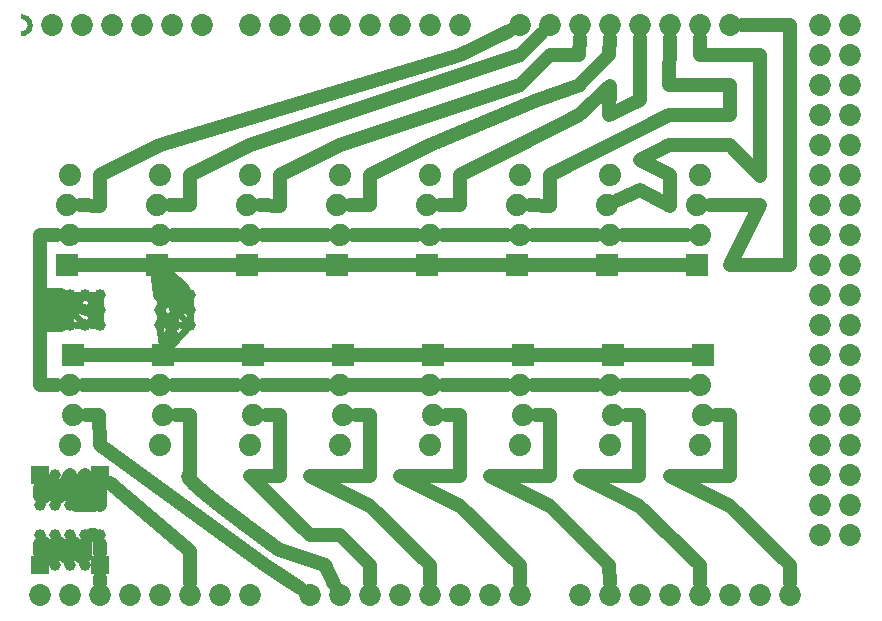
<source format=gtl>
G04 MADE WITH FRITZING*
G04 WWW.FRITZING.ORG*
G04 DOUBLE SIDED*
G04 HOLES PLATED*
G04 CONTOUR ON CENTER OF CONTOUR VECTOR*
%ASAXBY*%
%FSLAX23Y23*%
%MOIN*%
%OFA0B0*%
%SFA1.0B1.0*%
%ADD10C,0.039370*%
%ADD11C,0.072917*%
%ADD12C,0.074000*%
%ADD13C,0.059370*%
%ADD14C,0.048000*%
%ADD15C,0.024000*%
%ADD16R,0.001000X0.001000*%
%LNCOPPER1*%
G90*
G70*
G54D10*
X163Y1049D03*
X563Y1099D03*
X513Y1099D03*
X463Y1099D03*
X563Y1049D03*
X563Y999D03*
X513Y1049D03*
X513Y999D03*
X463Y1049D03*
X463Y999D03*
X213Y999D03*
X263Y1099D03*
X213Y1049D03*
X263Y999D03*
X213Y1099D03*
X163Y999D03*
X263Y1049D03*
X163Y1099D03*
G54D11*
X1963Y99D03*
X363Y99D03*
X2063Y99D03*
X2163Y99D03*
X2263Y99D03*
X2363Y99D03*
X2663Y1499D03*
X2463Y99D03*
X2563Y99D03*
X403Y1999D03*
X963Y99D03*
X1063Y99D03*
X1163Y99D03*
X1263Y99D03*
X2663Y699D03*
X1363Y99D03*
X1463Y99D03*
X1563Y99D03*
X1663Y99D03*
X1163Y1999D03*
X2663Y1899D03*
X2663Y1099D03*
X2663Y299D03*
X763Y99D03*
X763Y1999D03*
X2663Y1699D03*
X2663Y1299D03*
X2663Y899D03*
X2363Y1999D03*
X2663Y499D03*
X2263Y1999D03*
X2163Y1999D03*
X2063Y1999D03*
X1963Y1999D03*
X1863Y1999D03*
X1763Y1999D03*
X1663Y1999D03*
X203Y1999D03*
X603Y1999D03*
X163Y99D03*
X563Y99D03*
X1363Y1999D03*
X963Y1999D03*
X2663Y1999D03*
X2663Y1799D03*
X2663Y1599D03*
X2663Y1399D03*
X2663Y1199D03*
X2663Y999D03*
X2663Y799D03*
X2663Y599D03*
X2663Y399D03*
X103Y1999D03*
X303Y1999D03*
X503Y1999D03*
X63Y99D03*
X263Y99D03*
X463Y99D03*
X663Y99D03*
X1463Y1999D03*
X1263Y1999D03*
X1063Y1999D03*
X863Y1999D03*
X2763Y1999D03*
X2763Y1899D03*
X2763Y1799D03*
X2763Y1699D03*
X2763Y1599D03*
X2763Y1499D03*
X2763Y1399D03*
X2763Y1299D03*
X2763Y1199D03*
X2763Y1099D03*
X2763Y999D03*
X2763Y899D03*
X2763Y799D03*
X2763Y699D03*
X2763Y599D03*
X2763Y499D03*
X2763Y399D03*
X2763Y299D03*
X1863Y99D03*
G54D12*
X1953Y1199D03*
X1963Y1299D03*
X1953Y1399D03*
X1963Y1499D03*
X1953Y1199D03*
X1963Y1299D03*
X1953Y1399D03*
X1963Y1499D03*
X2253Y1199D03*
X2263Y1299D03*
X2253Y1399D03*
X2263Y1499D03*
X2253Y1199D03*
X2263Y1299D03*
X2253Y1399D03*
X2263Y1499D03*
X1373Y899D03*
X1363Y799D03*
X1373Y699D03*
X1363Y599D03*
X1373Y899D03*
X1363Y799D03*
X1373Y699D03*
X1363Y599D03*
X1973Y899D03*
X1963Y799D03*
X1973Y699D03*
X1963Y599D03*
X1973Y899D03*
X1963Y799D03*
X1973Y699D03*
X1963Y599D03*
X2273Y899D03*
X2263Y799D03*
X2273Y699D03*
X2263Y599D03*
X2273Y899D03*
X2263Y799D03*
X2273Y699D03*
X2263Y599D03*
X173Y899D03*
X163Y799D03*
X173Y699D03*
X163Y599D03*
X173Y899D03*
X163Y799D03*
X173Y699D03*
X163Y599D03*
X1673Y899D03*
X1663Y799D03*
X1673Y699D03*
X1663Y599D03*
X1673Y899D03*
X1663Y799D03*
X1673Y699D03*
X1663Y599D03*
X1073Y899D03*
X1063Y799D03*
X1073Y699D03*
X1063Y599D03*
X1073Y899D03*
X1063Y799D03*
X1073Y699D03*
X1063Y599D03*
X473Y899D03*
X463Y799D03*
X473Y699D03*
X463Y599D03*
X473Y899D03*
X463Y799D03*
X473Y699D03*
X463Y599D03*
X153Y1199D03*
X163Y1299D03*
X153Y1399D03*
X163Y1499D03*
X153Y1199D03*
X163Y1299D03*
X153Y1399D03*
X163Y1499D03*
X453Y1199D03*
X463Y1299D03*
X453Y1399D03*
X463Y1499D03*
X453Y1199D03*
X463Y1299D03*
X453Y1399D03*
X463Y1499D03*
X753Y1199D03*
X763Y1299D03*
X753Y1399D03*
X763Y1499D03*
X753Y1199D03*
X763Y1299D03*
X753Y1399D03*
X763Y1499D03*
X1053Y1199D03*
X1063Y1299D03*
X1053Y1399D03*
X1063Y1499D03*
X1053Y1199D03*
X1063Y1299D03*
X1053Y1399D03*
X1063Y1499D03*
X1353Y1199D03*
X1363Y1299D03*
X1353Y1399D03*
X1363Y1499D03*
X1353Y1199D03*
X1363Y1299D03*
X1353Y1399D03*
X1363Y1499D03*
X1653Y1199D03*
X1663Y1299D03*
X1653Y1399D03*
X1663Y1499D03*
X1653Y1199D03*
X1663Y1299D03*
X1653Y1399D03*
X1663Y1499D03*
X773Y899D03*
X763Y799D03*
X773Y699D03*
X763Y599D03*
X773Y899D03*
X763Y799D03*
X773Y699D03*
X763Y599D03*
G54D10*
X63Y399D03*
X113Y399D03*
X163Y399D03*
X263Y399D03*
X213Y499D03*
X163Y499D03*
X113Y499D03*
X213Y399D03*
X63Y299D03*
X262Y299D03*
X113Y199D03*
X113Y299D03*
X163Y199D03*
X163Y299D03*
X213Y199D03*
X213Y299D03*
G54D13*
X263Y499D03*
X263Y199D03*
X63Y499D03*
X63Y199D03*
X263Y499D03*
X263Y199D03*
X63Y499D03*
X63Y199D03*
G54D10*
X63Y399D03*
G54D14*
X1764Y1899D02*
X1664Y1799D01*
D02*
X1713Y1747D02*
X1364Y1599D01*
D02*
X1864Y1799D02*
X1713Y1747D01*
D02*
X2063Y1749D02*
X1961Y1699D01*
D02*
X1626Y1980D02*
X1464Y1899D01*
D02*
X1464Y1899D02*
X462Y1599D01*
D02*
X262Y1398D02*
X195Y1399D01*
D02*
X262Y1499D02*
X262Y1398D01*
D02*
X462Y1599D02*
X262Y1499D01*
D02*
X1664Y1899D02*
X763Y1599D01*
D02*
X1733Y1970D02*
X1664Y1899D01*
D02*
X563Y1400D02*
X495Y1399D01*
D02*
X562Y1499D02*
X563Y1400D01*
D02*
X763Y1599D02*
X562Y1499D01*
D02*
X1861Y1899D02*
X1764Y1899D01*
D02*
X1063Y1599D02*
X863Y1499D01*
D02*
X863Y1499D02*
X863Y1398D01*
D02*
X863Y1398D02*
X795Y1399D01*
D02*
X1664Y1799D02*
X1063Y1599D01*
D02*
X1862Y1958D02*
X1861Y1899D01*
D02*
X1163Y1499D02*
X1162Y1400D01*
D02*
X1162Y1400D02*
X1095Y1399D01*
D02*
X1364Y1599D02*
X1163Y1499D01*
D02*
X1962Y1958D02*
X1961Y1899D01*
D02*
X1861Y1799D02*
X1864Y1799D01*
D02*
X1961Y1899D02*
X1861Y1799D01*
D02*
X2161Y1799D02*
X2362Y1799D01*
D02*
X2161Y1699D02*
X1764Y1499D01*
D02*
X2362Y1799D02*
X2362Y1699D01*
D02*
X2162Y1958D02*
X2161Y1799D01*
D02*
X1763Y1398D02*
X1695Y1399D01*
D02*
X1764Y1499D02*
X1763Y1398D01*
D02*
X2362Y1699D02*
X2161Y1699D01*
D02*
X2063Y1958D02*
X2063Y1749D01*
D02*
X1462Y1400D02*
X1395Y1399D01*
D02*
X1464Y1499D02*
X1462Y1400D01*
D02*
X1962Y1798D02*
X1861Y1699D01*
D02*
X1961Y1699D02*
X1962Y1798D01*
D02*
X1664Y1599D02*
X1464Y1499D01*
D02*
X1861Y1699D02*
X1664Y1599D01*
D02*
X2462Y1899D02*
X2463Y1498D01*
D02*
X2262Y1899D02*
X2462Y1899D01*
D02*
X2063Y1449D02*
X1991Y1416D01*
D02*
X2163Y1398D02*
X2063Y1449D01*
D02*
X2163Y1499D02*
X2163Y1398D01*
D02*
X2063Y1549D02*
X2163Y1499D01*
D02*
X2262Y1958D02*
X2262Y1899D01*
D02*
X2362Y1599D02*
X2161Y1599D01*
D02*
X2463Y1498D02*
X2362Y1599D01*
D02*
X2161Y1599D02*
X2063Y1549D01*
D02*
X2404Y1999D02*
X2562Y2000D01*
D02*
X2464Y1400D02*
X2295Y1399D01*
D02*
X2362Y1199D02*
X2464Y1400D01*
D02*
X2563Y1199D02*
X2362Y1199D01*
D02*
X2562Y2000D02*
X2563Y1199D01*
D02*
X2364Y699D02*
X2315Y699D01*
D02*
X2061Y699D02*
X2015Y699D01*
D02*
X1764Y699D02*
X1715Y699D01*
D02*
X1464Y699D02*
X1415Y699D01*
D02*
X1164Y699D02*
X1115Y699D01*
D02*
X2362Y497D02*
X2363Y599D01*
D02*
X2362Y397D02*
X2163Y498D01*
D02*
X2363Y599D02*
X2364Y699D01*
D02*
X2163Y498D02*
X2362Y497D01*
D02*
X2562Y140D02*
X2562Y200D01*
D02*
X2562Y200D02*
X2362Y397D01*
D02*
X2061Y598D02*
X2061Y699D01*
D02*
X2262Y140D02*
X2262Y200D01*
D02*
X2061Y497D02*
X2061Y598D01*
D02*
X2262Y200D02*
X2061Y397D01*
D02*
X2061Y397D02*
X1862Y498D01*
D02*
X1862Y498D02*
X2061Y497D01*
D02*
X1961Y200D02*
X1764Y397D01*
D02*
X1562Y498D02*
X1764Y497D01*
D02*
X1764Y497D02*
X1764Y598D01*
D02*
X1764Y397D02*
X1562Y498D01*
D02*
X1962Y140D02*
X1961Y200D01*
D02*
X1764Y598D02*
X1764Y699D01*
D02*
X1664Y200D02*
X1464Y397D01*
D02*
X1464Y598D02*
X1464Y699D01*
D02*
X1464Y397D02*
X1264Y498D01*
D02*
X1464Y497D02*
X1464Y598D01*
D02*
X1663Y140D02*
X1664Y200D01*
D02*
X1264Y498D02*
X1464Y497D01*
D02*
X1163Y397D02*
X963Y498D01*
D02*
X1163Y497D02*
X1163Y598D01*
D02*
X1363Y140D02*
X1364Y200D01*
D02*
X963Y498D02*
X1163Y497D01*
D02*
X1364Y200D02*
X1163Y397D01*
D02*
X1163Y598D02*
X1164Y699D01*
D02*
X864Y699D02*
X815Y699D01*
D02*
X863Y598D02*
X864Y699D01*
D02*
X863Y497D02*
X863Y598D01*
D02*
X963Y299D02*
X762Y498D01*
D02*
X762Y498D02*
X863Y497D01*
D02*
X1163Y140D02*
X1163Y199D01*
D02*
X1163Y199D02*
X1063Y299D01*
D02*
X1063Y299D02*
X963Y299D01*
D02*
X463Y1099D02*
X452Y1199D01*
D02*
X452Y1199D02*
X460Y1129D01*
G54D15*
D02*
X176Y1062D02*
X199Y1085D01*
D02*
X263Y1068D02*
X263Y1080D01*
D02*
X232Y1099D02*
X244Y1099D01*
D02*
X194Y1099D02*
X182Y1099D01*
D02*
X469Y930D02*
X464Y980D01*
G54D14*
D02*
X457Y1157D02*
X463Y1099D01*
D02*
X63Y799D02*
X63Y1099D01*
D02*
X63Y1099D02*
X136Y1062D01*
D02*
X120Y799D02*
X63Y799D01*
D02*
X62Y999D02*
X136Y1036D01*
D02*
X63Y1299D02*
X62Y999D01*
D02*
X120Y1299D02*
X63Y1299D01*
G54D15*
D02*
X194Y999D02*
X182Y999D01*
D02*
X182Y1049D02*
X194Y1049D01*
D02*
X263Y1018D02*
X263Y1030D01*
D02*
X249Y1012D02*
X226Y1035D01*
D02*
X199Y1012D02*
X176Y1035D01*
D02*
X249Y1085D02*
X226Y1062D01*
D02*
X226Y1085D02*
X249Y1062D01*
D02*
X244Y1049D02*
X232Y1049D01*
D02*
X176Y1085D02*
X199Y1062D01*
D02*
X163Y1068D02*
X163Y1080D01*
D02*
X526Y1085D02*
X549Y1062D01*
D02*
X526Y1062D02*
X549Y1085D01*
D02*
X563Y1068D02*
X563Y1080D01*
D02*
X544Y1099D02*
X532Y1099D01*
D02*
X482Y1099D02*
X494Y1099D01*
D02*
X476Y1062D02*
X499Y1085D01*
D02*
X163Y1018D02*
X163Y1030D01*
D02*
X249Y1035D02*
X226Y1012D01*
D02*
X499Y1035D02*
X476Y1012D01*
D02*
X482Y999D02*
X494Y999D01*
D02*
X499Y1012D02*
X476Y1035D01*
D02*
X463Y1018D02*
X463Y1030D01*
D02*
X563Y1030D02*
X563Y1018D01*
D02*
X526Y1035D02*
X549Y1012D01*
D02*
X532Y999D02*
X544Y999D01*
D02*
X513Y1030D02*
X513Y1018D01*
D02*
X463Y1068D02*
X463Y1080D01*
D02*
X476Y1085D02*
X499Y1062D01*
G54D14*
D02*
X501Y971D02*
X488Y938D01*
G54D15*
D02*
X232Y999D02*
X244Y999D01*
D02*
X532Y1049D02*
X544Y1049D01*
D02*
X513Y1068D02*
X513Y1080D01*
G54D14*
D02*
X63Y1099D02*
X141Y1020D01*
D02*
X63Y1099D02*
X132Y1099D01*
D02*
X62Y999D02*
X132Y999D01*
D02*
X62Y999D02*
X141Y1078D01*
D02*
X474Y1163D02*
X497Y1125D01*
D02*
X484Y1171D02*
X540Y1119D01*
G54D15*
D02*
X493Y922D02*
X550Y985D01*
G54D14*
D02*
X1995Y1199D02*
X2210Y1199D01*
D02*
X2005Y1299D02*
X2220Y1299D01*
D02*
X1705Y1299D02*
X1920Y1299D01*
D02*
X1405Y1299D02*
X1620Y1299D01*
D02*
X1105Y1299D02*
X1320Y1299D01*
D02*
X805Y1299D02*
X1020Y1299D01*
D02*
X505Y1299D02*
X720Y1299D01*
D02*
X426Y1299D02*
X199Y1299D01*
D02*
X1630Y899D02*
X1415Y899D01*
D02*
X1930Y899D02*
X1715Y899D01*
D02*
X2230Y899D02*
X2015Y899D01*
D02*
X420Y799D02*
X205Y799D01*
D02*
X720Y799D02*
X505Y799D01*
D02*
X1020Y799D02*
X805Y799D01*
D02*
X1620Y799D02*
X1405Y799D01*
D02*
X2220Y799D02*
X2005Y799D01*
D02*
X1695Y1199D02*
X1910Y1199D01*
D02*
X1610Y1199D02*
X1395Y1199D01*
D02*
X1095Y1199D02*
X1310Y1199D01*
D02*
X795Y1199D02*
X1010Y1199D01*
D02*
X495Y1199D02*
X710Y1199D01*
D02*
X410Y1199D02*
X195Y1199D01*
D02*
X430Y899D02*
X215Y899D01*
D02*
X730Y899D02*
X515Y899D01*
D02*
X1030Y899D02*
X815Y899D01*
D02*
X1920Y799D02*
X1705Y799D01*
D02*
X261Y699D02*
X215Y699D01*
D02*
X263Y599D02*
X261Y699D01*
D02*
X813Y199D02*
X263Y599D01*
D02*
X928Y122D02*
X813Y199D01*
D02*
X562Y497D02*
X563Y599D01*
D02*
X564Y699D02*
X515Y699D01*
D02*
X563Y599D02*
X564Y699D01*
D02*
X1013Y199D02*
X863Y249D01*
D02*
X1044Y136D02*
X1013Y199D01*
D02*
X163Y269D02*
X163Y229D01*
D02*
X213Y269D02*
X213Y229D01*
D02*
X63Y269D02*
X63Y241D01*
D02*
X262Y241D02*
X262Y269D01*
D02*
X199Y226D02*
X176Y272D01*
D02*
X99Y226D02*
X76Y272D01*
D02*
X232Y299D02*
X243Y299D01*
D02*
X113Y269D02*
X113Y229D01*
D02*
X150Y226D02*
X126Y272D01*
D02*
X263Y140D02*
X263Y157D01*
D02*
X241Y420D02*
X184Y478D01*
D02*
X213Y469D02*
X213Y429D01*
D02*
X63Y429D02*
X63Y457D01*
D02*
X99Y472D02*
X76Y426D01*
D02*
X184Y478D02*
X263Y399D01*
D02*
X243Y399D02*
X232Y399D01*
D02*
X163Y499D02*
X126Y426D01*
D02*
X263Y399D02*
X263Y499D01*
D02*
X163Y429D02*
X163Y499D01*
D02*
X113Y429D02*
X113Y469D01*
D02*
X263Y499D02*
X263Y399D01*
D02*
X263Y399D02*
X213Y499D01*
D02*
X213Y499D02*
X176Y426D01*
D02*
X562Y248D02*
X295Y472D01*
D02*
X562Y140D02*
X562Y248D01*
D02*
X244Y399D02*
X182Y399D01*
G54D15*
D02*
X171Y482D02*
X204Y416D01*
G54D16*
X0Y2035D02*
X7Y2035D01*
X0Y2034D02*
X12Y2034D01*
X0Y2033D02*
X14Y2033D01*
X0Y2032D02*
X17Y2032D01*
X0Y2031D02*
X19Y2031D01*
X0Y2030D02*
X21Y2030D01*
X0Y2029D02*
X22Y2029D01*
X0Y2028D02*
X24Y2028D01*
X0Y2027D02*
X25Y2027D01*
X0Y2026D02*
X26Y2026D01*
X0Y2025D02*
X27Y2025D01*
X0Y2024D02*
X28Y2024D01*
X0Y2023D02*
X29Y2023D01*
X0Y2022D02*
X30Y2022D01*
X0Y2021D02*
X31Y2021D01*
X0Y2020D02*
X31Y2020D01*
X0Y2019D02*
X32Y2019D01*
X5Y2018D02*
X33Y2018D01*
X10Y2017D02*
X33Y2017D01*
X12Y2016D02*
X34Y2016D01*
X13Y2015D02*
X34Y2015D01*
X14Y2014D02*
X35Y2014D01*
X16Y2013D02*
X35Y2013D01*
X17Y2012D02*
X35Y2012D01*
X17Y2011D02*
X36Y2011D01*
X18Y2010D02*
X36Y2010D01*
X19Y2009D02*
X36Y2009D01*
X20Y2008D02*
X37Y2008D01*
X20Y2007D02*
X37Y2007D01*
X20Y2006D02*
X37Y2006D01*
X21Y2005D02*
X37Y2005D01*
X21Y2004D02*
X38Y2004D01*
X21Y2003D02*
X38Y2003D01*
X21Y2002D02*
X38Y2002D01*
X21Y2001D02*
X38Y2001D01*
X22Y2000D02*
X38Y2000D01*
X22Y1999D02*
X38Y1999D01*
X22Y1998D02*
X38Y1998D01*
X21Y1997D02*
X38Y1997D01*
X21Y1996D02*
X38Y1996D01*
X21Y1995D02*
X38Y1995D01*
X21Y1994D02*
X38Y1994D01*
X21Y1993D02*
X37Y1993D01*
X20Y1992D02*
X37Y1992D01*
X20Y1991D02*
X37Y1991D01*
X19Y1990D02*
X37Y1990D01*
X19Y1989D02*
X36Y1989D01*
X18Y1988D02*
X36Y1988D01*
X17Y1987D02*
X36Y1987D01*
X16Y1986D02*
X35Y1986D01*
X15Y1985D02*
X35Y1985D01*
X14Y1984D02*
X35Y1984D01*
X13Y1983D02*
X34Y1983D01*
X11Y1982D02*
X34Y1982D01*
X9Y1981D02*
X33Y1981D01*
X0Y1980D02*
X32Y1980D01*
X0Y1979D02*
X32Y1979D01*
X0Y1978D02*
X31Y1978D01*
X0Y1977D02*
X30Y1977D01*
X0Y1976D02*
X30Y1976D01*
X0Y1975D02*
X29Y1975D01*
X0Y1974D02*
X28Y1974D01*
X0Y1973D02*
X27Y1973D01*
X0Y1972D02*
X26Y1972D01*
X0Y1971D02*
X25Y1971D01*
X0Y1970D02*
X23Y1970D01*
X0Y1969D02*
X22Y1969D01*
X0Y1968D02*
X20Y1968D01*
X0Y1967D02*
X18Y1967D01*
X0Y1966D02*
X16Y1966D01*
X0Y1965D02*
X14Y1965D01*
X0Y1964D02*
X11Y1964D01*
X0Y1963D02*
X6Y1963D01*
X116Y1236D02*
X188Y1236D01*
X416Y1236D02*
X488Y1236D01*
X716Y1236D02*
X788Y1236D01*
X1016Y1236D02*
X1088Y1236D01*
X1316Y1236D02*
X1388Y1236D01*
X1616Y1236D02*
X1688Y1236D01*
X1916Y1236D02*
X1988Y1236D01*
X2216Y1236D02*
X2288Y1236D01*
X116Y1235D02*
X189Y1235D01*
X416Y1235D02*
X489Y1235D01*
X716Y1235D02*
X789Y1235D01*
X1016Y1235D02*
X1089Y1235D01*
X1316Y1235D02*
X1389Y1235D01*
X1616Y1235D02*
X1689Y1235D01*
X1916Y1235D02*
X1989Y1235D01*
X2215Y1235D02*
X2289Y1235D01*
X116Y1234D02*
X189Y1234D01*
X416Y1234D02*
X489Y1234D01*
X716Y1234D02*
X789Y1234D01*
X1016Y1234D02*
X1089Y1234D01*
X1316Y1234D02*
X1389Y1234D01*
X1616Y1234D02*
X1689Y1234D01*
X1916Y1234D02*
X1989Y1234D01*
X2215Y1234D02*
X2289Y1234D01*
X116Y1233D02*
X189Y1233D01*
X416Y1233D02*
X489Y1233D01*
X716Y1233D02*
X789Y1233D01*
X1016Y1233D02*
X1089Y1233D01*
X1316Y1233D02*
X1389Y1233D01*
X1616Y1233D02*
X1689Y1233D01*
X1916Y1233D02*
X1989Y1233D01*
X2215Y1233D02*
X2289Y1233D01*
X116Y1232D02*
X189Y1232D01*
X416Y1232D02*
X489Y1232D01*
X716Y1232D02*
X789Y1232D01*
X1016Y1232D02*
X1089Y1232D01*
X1316Y1232D02*
X1389Y1232D01*
X1616Y1232D02*
X1689Y1232D01*
X1916Y1232D02*
X1989Y1232D01*
X2215Y1232D02*
X2289Y1232D01*
X116Y1231D02*
X189Y1231D01*
X416Y1231D02*
X489Y1231D01*
X716Y1231D02*
X789Y1231D01*
X1016Y1231D02*
X1089Y1231D01*
X1316Y1231D02*
X1389Y1231D01*
X1616Y1231D02*
X1689Y1231D01*
X1916Y1231D02*
X1989Y1231D01*
X2215Y1231D02*
X2289Y1231D01*
X116Y1230D02*
X189Y1230D01*
X416Y1230D02*
X489Y1230D01*
X716Y1230D02*
X789Y1230D01*
X1016Y1230D02*
X1089Y1230D01*
X1316Y1230D02*
X1389Y1230D01*
X1616Y1230D02*
X1689Y1230D01*
X1916Y1230D02*
X1989Y1230D01*
X2215Y1230D02*
X2289Y1230D01*
X116Y1229D02*
X189Y1229D01*
X416Y1229D02*
X489Y1229D01*
X716Y1229D02*
X789Y1229D01*
X1016Y1229D02*
X1089Y1229D01*
X1316Y1229D02*
X1389Y1229D01*
X1616Y1229D02*
X1689Y1229D01*
X1916Y1229D02*
X1989Y1229D01*
X2215Y1229D02*
X2289Y1229D01*
X116Y1228D02*
X189Y1228D01*
X416Y1228D02*
X489Y1228D01*
X716Y1228D02*
X789Y1228D01*
X1016Y1228D02*
X1089Y1228D01*
X1316Y1228D02*
X1389Y1228D01*
X1616Y1228D02*
X1689Y1228D01*
X1916Y1228D02*
X1989Y1228D01*
X2215Y1228D02*
X2289Y1228D01*
X116Y1227D02*
X189Y1227D01*
X416Y1227D02*
X489Y1227D01*
X716Y1227D02*
X789Y1227D01*
X1016Y1227D02*
X1089Y1227D01*
X1316Y1227D02*
X1389Y1227D01*
X1616Y1227D02*
X1689Y1227D01*
X1916Y1227D02*
X1989Y1227D01*
X2215Y1227D02*
X2289Y1227D01*
X116Y1226D02*
X189Y1226D01*
X416Y1226D02*
X489Y1226D01*
X716Y1226D02*
X789Y1226D01*
X1016Y1226D02*
X1089Y1226D01*
X1316Y1226D02*
X1389Y1226D01*
X1616Y1226D02*
X1689Y1226D01*
X1916Y1226D02*
X1989Y1226D01*
X2215Y1226D02*
X2289Y1226D01*
X116Y1225D02*
X189Y1225D01*
X416Y1225D02*
X489Y1225D01*
X716Y1225D02*
X789Y1225D01*
X1016Y1225D02*
X1089Y1225D01*
X1316Y1225D02*
X1389Y1225D01*
X1616Y1225D02*
X1689Y1225D01*
X1916Y1225D02*
X1989Y1225D01*
X2215Y1225D02*
X2289Y1225D01*
X116Y1224D02*
X189Y1224D01*
X416Y1224D02*
X489Y1224D01*
X716Y1224D02*
X789Y1224D01*
X1016Y1224D02*
X1089Y1224D01*
X1316Y1224D02*
X1389Y1224D01*
X1616Y1224D02*
X1689Y1224D01*
X1916Y1224D02*
X1989Y1224D01*
X2215Y1224D02*
X2289Y1224D01*
X116Y1223D02*
X189Y1223D01*
X416Y1223D02*
X489Y1223D01*
X716Y1223D02*
X789Y1223D01*
X1016Y1223D02*
X1089Y1223D01*
X1316Y1223D02*
X1389Y1223D01*
X1616Y1223D02*
X1689Y1223D01*
X1916Y1223D02*
X1989Y1223D01*
X2215Y1223D02*
X2289Y1223D01*
X116Y1222D02*
X189Y1222D01*
X416Y1222D02*
X489Y1222D01*
X716Y1222D02*
X789Y1222D01*
X1016Y1222D02*
X1089Y1222D01*
X1316Y1222D02*
X1389Y1222D01*
X1616Y1222D02*
X1689Y1222D01*
X1916Y1222D02*
X1989Y1222D01*
X2215Y1222D02*
X2289Y1222D01*
X116Y1221D02*
X189Y1221D01*
X416Y1221D02*
X489Y1221D01*
X716Y1221D02*
X789Y1221D01*
X1016Y1221D02*
X1089Y1221D01*
X1316Y1221D02*
X1389Y1221D01*
X1616Y1221D02*
X1689Y1221D01*
X1916Y1221D02*
X1989Y1221D01*
X2215Y1221D02*
X2289Y1221D01*
X116Y1220D02*
X189Y1220D01*
X416Y1220D02*
X489Y1220D01*
X716Y1220D02*
X789Y1220D01*
X1016Y1220D02*
X1089Y1220D01*
X1316Y1220D02*
X1389Y1220D01*
X1616Y1220D02*
X1689Y1220D01*
X1916Y1220D02*
X1989Y1220D01*
X2215Y1220D02*
X2289Y1220D01*
X116Y1219D02*
X149Y1219D01*
X155Y1219D02*
X189Y1219D01*
X416Y1219D02*
X449Y1219D01*
X455Y1219D02*
X489Y1219D01*
X716Y1219D02*
X749Y1219D01*
X755Y1219D02*
X789Y1219D01*
X1016Y1219D02*
X1049Y1219D01*
X1055Y1219D02*
X1089Y1219D01*
X1316Y1219D02*
X1349Y1219D01*
X1355Y1219D02*
X1389Y1219D01*
X1616Y1219D02*
X1649Y1219D01*
X1655Y1219D02*
X1689Y1219D01*
X1916Y1219D02*
X1949Y1219D01*
X1955Y1219D02*
X1989Y1219D01*
X2215Y1219D02*
X2249Y1219D01*
X2255Y1219D02*
X2289Y1219D01*
X116Y1218D02*
X145Y1218D01*
X159Y1218D02*
X189Y1218D01*
X416Y1218D02*
X445Y1218D01*
X459Y1218D02*
X489Y1218D01*
X716Y1218D02*
X745Y1218D01*
X759Y1218D02*
X789Y1218D01*
X1016Y1218D02*
X1045Y1218D01*
X1059Y1218D02*
X1089Y1218D01*
X1316Y1218D02*
X1345Y1218D01*
X1359Y1218D02*
X1389Y1218D01*
X1616Y1218D02*
X1645Y1218D01*
X1659Y1218D02*
X1689Y1218D01*
X1916Y1218D02*
X1945Y1218D01*
X1959Y1218D02*
X1989Y1218D01*
X2215Y1218D02*
X2245Y1218D01*
X2259Y1218D02*
X2289Y1218D01*
X116Y1217D02*
X143Y1217D01*
X162Y1217D02*
X189Y1217D01*
X416Y1217D02*
X443Y1217D01*
X462Y1217D02*
X489Y1217D01*
X716Y1217D02*
X743Y1217D01*
X762Y1217D02*
X789Y1217D01*
X1016Y1217D02*
X1043Y1217D01*
X1062Y1217D02*
X1089Y1217D01*
X1316Y1217D02*
X1343Y1217D01*
X1362Y1217D02*
X1389Y1217D01*
X1616Y1217D02*
X1643Y1217D01*
X1662Y1217D02*
X1689Y1217D01*
X1916Y1217D02*
X1943Y1217D01*
X1961Y1217D02*
X1989Y1217D01*
X2215Y1217D02*
X2243Y1217D01*
X2261Y1217D02*
X2289Y1217D01*
X116Y1216D02*
X141Y1216D01*
X163Y1216D02*
X189Y1216D01*
X416Y1216D02*
X441Y1216D01*
X463Y1216D02*
X489Y1216D01*
X716Y1216D02*
X741Y1216D01*
X763Y1216D02*
X789Y1216D01*
X1016Y1216D02*
X1041Y1216D01*
X1063Y1216D02*
X1089Y1216D01*
X1316Y1216D02*
X1341Y1216D01*
X1363Y1216D02*
X1389Y1216D01*
X1616Y1216D02*
X1641Y1216D01*
X1663Y1216D02*
X1689Y1216D01*
X1916Y1216D02*
X1941Y1216D01*
X1963Y1216D02*
X1989Y1216D01*
X2215Y1216D02*
X2241Y1216D01*
X2263Y1216D02*
X2289Y1216D01*
X116Y1215D02*
X139Y1215D01*
X165Y1215D02*
X189Y1215D01*
X416Y1215D02*
X439Y1215D01*
X465Y1215D02*
X489Y1215D01*
X716Y1215D02*
X739Y1215D01*
X765Y1215D02*
X789Y1215D01*
X1016Y1215D02*
X1039Y1215D01*
X1065Y1215D02*
X1089Y1215D01*
X1316Y1215D02*
X1339Y1215D01*
X1365Y1215D02*
X1389Y1215D01*
X1616Y1215D02*
X1639Y1215D01*
X1665Y1215D02*
X1689Y1215D01*
X1916Y1215D02*
X1939Y1215D01*
X1965Y1215D02*
X1989Y1215D01*
X2215Y1215D02*
X2239Y1215D01*
X2265Y1215D02*
X2289Y1215D01*
X116Y1214D02*
X138Y1214D01*
X166Y1214D02*
X189Y1214D01*
X416Y1214D02*
X438Y1214D01*
X466Y1214D02*
X489Y1214D01*
X716Y1214D02*
X738Y1214D01*
X766Y1214D02*
X789Y1214D01*
X1016Y1214D02*
X1038Y1214D01*
X1066Y1214D02*
X1089Y1214D01*
X1316Y1214D02*
X1338Y1214D01*
X1366Y1214D02*
X1389Y1214D01*
X1616Y1214D02*
X1638Y1214D01*
X1666Y1214D02*
X1689Y1214D01*
X1916Y1214D02*
X1938Y1214D01*
X1966Y1214D02*
X1989Y1214D01*
X2215Y1214D02*
X2238Y1214D01*
X2266Y1214D02*
X2289Y1214D01*
X116Y1213D02*
X137Y1213D01*
X167Y1213D02*
X189Y1213D01*
X416Y1213D02*
X437Y1213D01*
X467Y1213D02*
X489Y1213D01*
X716Y1213D02*
X737Y1213D01*
X767Y1213D02*
X789Y1213D01*
X1016Y1213D02*
X1037Y1213D01*
X1067Y1213D02*
X1089Y1213D01*
X1316Y1213D02*
X1337Y1213D01*
X1367Y1213D02*
X1389Y1213D01*
X1616Y1213D02*
X1637Y1213D01*
X1667Y1213D02*
X1689Y1213D01*
X1916Y1213D02*
X1937Y1213D01*
X1967Y1213D02*
X1989Y1213D01*
X2215Y1213D02*
X2237Y1213D01*
X2267Y1213D02*
X2289Y1213D01*
X116Y1212D02*
X136Y1212D01*
X168Y1212D02*
X189Y1212D01*
X416Y1212D02*
X436Y1212D01*
X468Y1212D02*
X489Y1212D01*
X716Y1212D02*
X736Y1212D01*
X768Y1212D02*
X789Y1212D01*
X1016Y1212D02*
X1036Y1212D01*
X1068Y1212D02*
X1089Y1212D01*
X1316Y1212D02*
X1336Y1212D01*
X1368Y1212D02*
X1389Y1212D01*
X1616Y1212D02*
X1636Y1212D01*
X1668Y1212D02*
X1689Y1212D01*
X1916Y1212D02*
X1936Y1212D01*
X1968Y1212D02*
X1989Y1212D01*
X2215Y1212D02*
X2236Y1212D01*
X2268Y1212D02*
X2289Y1212D01*
X116Y1211D02*
X135Y1211D01*
X169Y1211D02*
X189Y1211D01*
X416Y1211D02*
X435Y1211D01*
X469Y1211D02*
X489Y1211D01*
X716Y1211D02*
X735Y1211D01*
X769Y1211D02*
X789Y1211D01*
X1016Y1211D02*
X1035Y1211D01*
X1069Y1211D02*
X1089Y1211D01*
X1316Y1211D02*
X1335Y1211D01*
X1369Y1211D02*
X1389Y1211D01*
X1616Y1211D02*
X1635Y1211D01*
X1669Y1211D02*
X1689Y1211D01*
X1916Y1211D02*
X1935Y1211D01*
X1969Y1211D02*
X1989Y1211D01*
X2215Y1211D02*
X2235Y1211D01*
X2269Y1211D02*
X2289Y1211D01*
X116Y1210D02*
X135Y1210D01*
X169Y1210D02*
X189Y1210D01*
X416Y1210D02*
X435Y1210D01*
X469Y1210D02*
X489Y1210D01*
X716Y1210D02*
X735Y1210D01*
X769Y1210D02*
X789Y1210D01*
X1016Y1210D02*
X1035Y1210D01*
X1069Y1210D02*
X1089Y1210D01*
X1316Y1210D02*
X1335Y1210D01*
X1369Y1210D02*
X1389Y1210D01*
X1616Y1210D02*
X1635Y1210D01*
X1669Y1210D02*
X1689Y1210D01*
X1916Y1210D02*
X1935Y1210D01*
X1969Y1210D02*
X1989Y1210D01*
X2215Y1210D02*
X2235Y1210D01*
X2269Y1210D02*
X2289Y1210D01*
X116Y1209D02*
X134Y1209D01*
X170Y1209D02*
X189Y1209D01*
X416Y1209D02*
X434Y1209D01*
X470Y1209D02*
X489Y1209D01*
X716Y1209D02*
X734Y1209D01*
X770Y1209D02*
X789Y1209D01*
X1016Y1209D02*
X1034Y1209D01*
X1070Y1209D02*
X1089Y1209D01*
X1316Y1209D02*
X1334Y1209D01*
X1370Y1209D02*
X1389Y1209D01*
X1616Y1209D02*
X1634Y1209D01*
X1670Y1209D02*
X1689Y1209D01*
X1916Y1209D02*
X1934Y1209D01*
X1970Y1209D02*
X1989Y1209D01*
X2215Y1209D02*
X2234Y1209D01*
X2270Y1209D02*
X2289Y1209D01*
X116Y1208D02*
X134Y1208D01*
X170Y1208D02*
X189Y1208D01*
X416Y1208D02*
X434Y1208D01*
X470Y1208D02*
X489Y1208D01*
X716Y1208D02*
X734Y1208D01*
X770Y1208D02*
X789Y1208D01*
X1016Y1208D02*
X1034Y1208D01*
X1070Y1208D02*
X1089Y1208D01*
X1316Y1208D02*
X1334Y1208D01*
X1370Y1208D02*
X1389Y1208D01*
X1616Y1208D02*
X1634Y1208D01*
X1670Y1208D02*
X1689Y1208D01*
X1916Y1208D02*
X1934Y1208D01*
X1970Y1208D02*
X1989Y1208D01*
X2215Y1208D02*
X2234Y1208D01*
X2270Y1208D02*
X2289Y1208D01*
X116Y1207D02*
X133Y1207D01*
X171Y1207D02*
X189Y1207D01*
X416Y1207D02*
X433Y1207D01*
X471Y1207D02*
X489Y1207D01*
X716Y1207D02*
X733Y1207D01*
X771Y1207D02*
X789Y1207D01*
X1016Y1207D02*
X1033Y1207D01*
X1071Y1207D02*
X1089Y1207D01*
X1316Y1207D02*
X1333Y1207D01*
X1371Y1207D02*
X1389Y1207D01*
X1616Y1207D02*
X1633Y1207D01*
X1671Y1207D02*
X1689Y1207D01*
X1916Y1207D02*
X1933Y1207D01*
X1971Y1207D02*
X1989Y1207D01*
X2215Y1207D02*
X2233Y1207D01*
X2271Y1207D02*
X2289Y1207D01*
X116Y1206D02*
X133Y1206D01*
X171Y1206D02*
X189Y1206D01*
X416Y1206D02*
X433Y1206D01*
X471Y1206D02*
X489Y1206D01*
X716Y1206D02*
X733Y1206D01*
X771Y1206D02*
X789Y1206D01*
X1016Y1206D02*
X1033Y1206D01*
X1071Y1206D02*
X1089Y1206D01*
X1316Y1206D02*
X1333Y1206D01*
X1371Y1206D02*
X1389Y1206D01*
X1616Y1206D02*
X1633Y1206D01*
X1671Y1206D02*
X1689Y1206D01*
X1916Y1206D02*
X1933Y1206D01*
X1971Y1206D02*
X1989Y1206D01*
X2215Y1206D02*
X2233Y1206D01*
X2271Y1206D02*
X2289Y1206D01*
X116Y1205D02*
X132Y1205D01*
X172Y1205D02*
X189Y1205D01*
X416Y1205D02*
X432Y1205D01*
X472Y1205D02*
X489Y1205D01*
X716Y1205D02*
X732Y1205D01*
X772Y1205D02*
X789Y1205D01*
X1016Y1205D02*
X1032Y1205D01*
X1072Y1205D02*
X1089Y1205D01*
X1316Y1205D02*
X1332Y1205D01*
X1372Y1205D02*
X1389Y1205D01*
X1616Y1205D02*
X1632Y1205D01*
X1672Y1205D02*
X1689Y1205D01*
X1916Y1205D02*
X1932Y1205D01*
X1972Y1205D02*
X1989Y1205D01*
X2215Y1205D02*
X2232Y1205D01*
X2272Y1205D02*
X2289Y1205D01*
X116Y1204D02*
X132Y1204D01*
X172Y1204D02*
X189Y1204D01*
X416Y1204D02*
X432Y1204D01*
X472Y1204D02*
X489Y1204D01*
X716Y1204D02*
X732Y1204D01*
X772Y1204D02*
X789Y1204D01*
X1016Y1204D02*
X1032Y1204D01*
X1072Y1204D02*
X1089Y1204D01*
X1316Y1204D02*
X1332Y1204D01*
X1372Y1204D02*
X1389Y1204D01*
X1616Y1204D02*
X1632Y1204D01*
X1672Y1204D02*
X1689Y1204D01*
X1916Y1204D02*
X1932Y1204D01*
X1972Y1204D02*
X1989Y1204D01*
X2215Y1204D02*
X2232Y1204D01*
X2272Y1204D02*
X2289Y1204D01*
X116Y1203D02*
X132Y1203D01*
X172Y1203D02*
X189Y1203D01*
X416Y1203D02*
X432Y1203D01*
X472Y1203D02*
X489Y1203D01*
X716Y1203D02*
X732Y1203D01*
X772Y1203D02*
X789Y1203D01*
X1016Y1203D02*
X1032Y1203D01*
X1072Y1203D02*
X1089Y1203D01*
X1316Y1203D02*
X1332Y1203D01*
X1372Y1203D02*
X1389Y1203D01*
X1616Y1203D02*
X1632Y1203D01*
X1672Y1203D02*
X1689Y1203D01*
X1916Y1203D02*
X1932Y1203D01*
X1972Y1203D02*
X1989Y1203D01*
X2215Y1203D02*
X2232Y1203D01*
X2272Y1203D02*
X2289Y1203D01*
X116Y1202D02*
X132Y1202D01*
X172Y1202D02*
X189Y1202D01*
X416Y1202D02*
X432Y1202D01*
X472Y1202D02*
X489Y1202D01*
X716Y1202D02*
X732Y1202D01*
X772Y1202D02*
X789Y1202D01*
X1016Y1202D02*
X1032Y1202D01*
X1072Y1202D02*
X1089Y1202D01*
X1316Y1202D02*
X1332Y1202D01*
X1372Y1202D02*
X1389Y1202D01*
X1616Y1202D02*
X1632Y1202D01*
X1672Y1202D02*
X1689Y1202D01*
X1916Y1202D02*
X1932Y1202D01*
X1972Y1202D02*
X1989Y1202D01*
X2215Y1202D02*
X2232Y1202D01*
X2272Y1202D02*
X2289Y1202D01*
X116Y1201D02*
X132Y1201D01*
X172Y1201D02*
X189Y1201D01*
X416Y1201D02*
X432Y1201D01*
X472Y1201D02*
X489Y1201D01*
X716Y1201D02*
X732Y1201D01*
X772Y1201D02*
X789Y1201D01*
X1016Y1201D02*
X1032Y1201D01*
X1072Y1201D02*
X1089Y1201D01*
X1316Y1201D02*
X1332Y1201D01*
X1372Y1201D02*
X1389Y1201D01*
X1616Y1201D02*
X1632Y1201D01*
X1672Y1201D02*
X1689Y1201D01*
X1916Y1201D02*
X1932Y1201D01*
X1972Y1201D02*
X1989Y1201D01*
X2215Y1201D02*
X2232Y1201D01*
X2272Y1201D02*
X2289Y1201D01*
X116Y1200D02*
X132Y1200D01*
X172Y1200D02*
X189Y1200D01*
X416Y1200D02*
X432Y1200D01*
X472Y1200D02*
X489Y1200D01*
X716Y1200D02*
X732Y1200D01*
X772Y1200D02*
X789Y1200D01*
X1016Y1200D02*
X1032Y1200D01*
X1072Y1200D02*
X1089Y1200D01*
X1316Y1200D02*
X1332Y1200D01*
X1372Y1200D02*
X1389Y1200D01*
X1616Y1200D02*
X1632Y1200D01*
X1672Y1200D02*
X1689Y1200D01*
X1916Y1200D02*
X1932Y1200D01*
X1972Y1200D02*
X1989Y1200D01*
X2215Y1200D02*
X2232Y1200D01*
X2272Y1200D02*
X2289Y1200D01*
X116Y1199D02*
X132Y1199D01*
X173Y1199D02*
X189Y1199D01*
X416Y1199D02*
X432Y1199D01*
X473Y1199D02*
X489Y1199D01*
X716Y1199D02*
X732Y1199D01*
X772Y1199D02*
X789Y1199D01*
X1016Y1199D02*
X1032Y1199D01*
X1072Y1199D02*
X1089Y1199D01*
X1316Y1199D02*
X1332Y1199D01*
X1372Y1199D02*
X1389Y1199D01*
X1616Y1199D02*
X1632Y1199D01*
X1672Y1199D02*
X1689Y1199D01*
X1916Y1199D02*
X1932Y1199D01*
X1972Y1199D02*
X1989Y1199D01*
X2215Y1199D02*
X2232Y1199D01*
X2272Y1199D02*
X2289Y1199D01*
X116Y1198D02*
X132Y1198D01*
X172Y1198D02*
X189Y1198D01*
X416Y1198D02*
X432Y1198D01*
X472Y1198D02*
X489Y1198D01*
X716Y1198D02*
X732Y1198D01*
X772Y1198D02*
X789Y1198D01*
X1016Y1198D02*
X1032Y1198D01*
X1072Y1198D02*
X1089Y1198D01*
X1316Y1198D02*
X1332Y1198D01*
X1372Y1198D02*
X1389Y1198D01*
X1616Y1198D02*
X1632Y1198D01*
X1672Y1198D02*
X1689Y1198D01*
X1916Y1198D02*
X1932Y1198D01*
X1972Y1198D02*
X1989Y1198D01*
X2215Y1198D02*
X2232Y1198D01*
X2272Y1198D02*
X2289Y1198D01*
X116Y1197D02*
X132Y1197D01*
X172Y1197D02*
X189Y1197D01*
X416Y1197D02*
X432Y1197D01*
X472Y1197D02*
X489Y1197D01*
X716Y1197D02*
X732Y1197D01*
X772Y1197D02*
X789Y1197D01*
X1016Y1197D02*
X1032Y1197D01*
X1072Y1197D02*
X1089Y1197D01*
X1316Y1197D02*
X1332Y1197D01*
X1372Y1197D02*
X1389Y1197D01*
X1616Y1197D02*
X1632Y1197D01*
X1672Y1197D02*
X1689Y1197D01*
X1916Y1197D02*
X1932Y1197D01*
X1972Y1197D02*
X1989Y1197D01*
X2215Y1197D02*
X2232Y1197D01*
X2272Y1197D02*
X2289Y1197D01*
X116Y1196D02*
X132Y1196D01*
X172Y1196D02*
X189Y1196D01*
X416Y1196D02*
X432Y1196D01*
X472Y1196D02*
X489Y1196D01*
X716Y1196D02*
X732Y1196D01*
X772Y1196D02*
X789Y1196D01*
X1016Y1196D02*
X1032Y1196D01*
X1072Y1196D02*
X1089Y1196D01*
X1316Y1196D02*
X1332Y1196D01*
X1372Y1196D02*
X1389Y1196D01*
X1616Y1196D02*
X1632Y1196D01*
X1672Y1196D02*
X1689Y1196D01*
X1916Y1196D02*
X1932Y1196D01*
X1972Y1196D02*
X1989Y1196D01*
X2215Y1196D02*
X2232Y1196D01*
X2272Y1196D02*
X2289Y1196D01*
X116Y1195D02*
X132Y1195D01*
X172Y1195D02*
X189Y1195D01*
X416Y1195D02*
X432Y1195D01*
X472Y1195D02*
X489Y1195D01*
X716Y1195D02*
X732Y1195D01*
X772Y1195D02*
X789Y1195D01*
X1016Y1195D02*
X1032Y1195D01*
X1072Y1195D02*
X1089Y1195D01*
X1316Y1195D02*
X1332Y1195D01*
X1372Y1195D02*
X1389Y1195D01*
X1616Y1195D02*
X1632Y1195D01*
X1672Y1195D02*
X1689Y1195D01*
X1916Y1195D02*
X1932Y1195D01*
X1972Y1195D02*
X1989Y1195D01*
X2215Y1195D02*
X2232Y1195D01*
X2272Y1195D02*
X2289Y1195D01*
X116Y1194D02*
X132Y1194D01*
X172Y1194D02*
X189Y1194D01*
X416Y1194D02*
X432Y1194D01*
X472Y1194D02*
X489Y1194D01*
X716Y1194D02*
X732Y1194D01*
X772Y1194D02*
X789Y1194D01*
X1016Y1194D02*
X1032Y1194D01*
X1072Y1194D02*
X1089Y1194D01*
X1316Y1194D02*
X1332Y1194D01*
X1372Y1194D02*
X1389Y1194D01*
X1616Y1194D02*
X1632Y1194D01*
X1672Y1194D02*
X1689Y1194D01*
X1916Y1194D02*
X1932Y1194D01*
X1972Y1194D02*
X1989Y1194D01*
X2215Y1194D02*
X2232Y1194D01*
X2272Y1194D02*
X2289Y1194D01*
X116Y1193D02*
X133Y1193D01*
X171Y1193D02*
X189Y1193D01*
X416Y1193D02*
X433Y1193D01*
X471Y1193D02*
X489Y1193D01*
X716Y1193D02*
X733Y1193D01*
X771Y1193D02*
X789Y1193D01*
X1016Y1193D02*
X1033Y1193D01*
X1071Y1193D02*
X1089Y1193D01*
X1316Y1193D02*
X1333Y1193D01*
X1371Y1193D02*
X1389Y1193D01*
X1616Y1193D02*
X1633Y1193D01*
X1671Y1193D02*
X1689Y1193D01*
X1916Y1193D02*
X1933Y1193D01*
X1971Y1193D02*
X1989Y1193D01*
X2215Y1193D02*
X2233Y1193D01*
X2271Y1193D02*
X2289Y1193D01*
X116Y1192D02*
X133Y1192D01*
X171Y1192D02*
X189Y1192D01*
X416Y1192D02*
X433Y1192D01*
X471Y1192D02*
X489Y1192D01*
X716Y1192D02*
X733Y1192D01*
X771Y1192D02*
X789Y1192D01*
X1016Y1192D02*
X1033Y1192D01*
X1071Y1192D02*
X1089Y1192D01*
X1316Y1192D02*
X1333Y1192D01*
X1371Y1192D02*
X1389Y1192D01*
X1616Y1192D02*
X1633Y1192D01*
X1671Y1192D02*
X1689Y1192D01*
X1916Y1192D02*
X1933Y1192D01*
X1971Y1192D02*
X1989Y1192D01*
X2215Y1192D02*
X2233Y1192D01*
X2271Y1192D02*
X2289Y1192D01*
X116Y1191D02*
X133Y1191D01*
X171Y1191D02*
X189Y1191D01*
X416Y1191D02*
X433Y1191D01*
X471Y1191D02*
X489Y1191D01*
X716Y1191D02*
X733Y1191D01*
X771Y1191D02*
X789Y1191D01*
X1016Y1191D02*
X1033Y1191D01*
X1071Y1191D02*
X1089Y1191D01*
X1316Y1191D02*
X1333Y1191D01*
X1371Y1191D02*
X1389Y1191D01*
X1616Y1191D02*
X1633Y1191D01*
X1671Y1191D02*
X1689Y1191D01*
X1916Y1191D02*
X1933Y1191D01*
X1971Y1191D02*
X1989Y1191D01*
X2215Y1191D02*
X2233Y1191D01*
X2271Y1191D02*
X2289Y1191D01*
X116Y1190D02*
X134Y1190D01*
X170Y1190D02*
X189Y1190D01*
X416Y1190D02*
X434Y1190D01*
X470Y1190D02*
X489Y1190D01*
X716Y1190D02*
X734Y1190D01*
X770Y1190D02*
X789Y1190D01*
X1016Y1190D02*
X1034Y1190D01*
X1070Y1190D02*
X1089Y1190D01*
X1316Y1190D02*
X1334Y1190D01*
X1370Y1190D02*
X1389Y1190D01*
X1616Y1190D02*
X1634Y1190D01*
X1670Y1190D02*
X1689Y1190D01*
X1916Y1190D02*
X1934Y1190D01*
X1970Y1190D02*
X1989Y1190D01*
X2215Y1190D02*
X2234Y1190D01*
X2270Y1190D02*
X2289Y1190D01*
X116Y1189D02*
X134Y1189D01*
X170Y1189D02*
X189Y1189D01*
X416Y1189D02*
X434Y1189D01*
X470Y1189D02*
X489Y1189D01*
X716Y1189D02*
X734Y1189D01*
X770Y1189D02*
X789Y1189D01*
X1016Y1189D02*
X1034Y1189D01*
X1070Y1189D02*
X1089Y1189D01*
X1316Y1189D02*
X1334Y1189D01*
X1370Y1189D02*
X1389Y1189D01*
X1616Y1189D02*
X1634Y1189D01*
X1670Y1189D02*
X1689Y1189D01*
X1916Y1189D02*
X1934Y1189D01*
X1970Y1189D02*
X1989Y1189D01*
X2215Y1189D02*
X2234Y1189D01*
X2270Y1189D02*
X2289Y1189D01*
X116Y1188D02*
X135Y1188D01*
X169Y1188D02*
X189Y1188D01*
X416Y1188D02*
X435Y1188D01*
X469Y1188D02*
X489Y1188D01*
X716Y1188D02*
X735Y1188D01*
X769Y1188D02*
X789Y1188D01*
X1016Y1188D02*
X1035Y1188D01*
X1069Y1188D02*
X1089Y1188D01*
X1316Y1188D02*
X1335Y1188D01*
X1369Y1188D02*
X1389Y1188D01*
X1616Y1188D02*
X1635Y1188D01*
X1669Y1188D02*
X1689Y1188D01*
X1916Y1188D02*
X1935Y1188D01*
X1969Y1188D02*
X1989Y1188D01*
X2215Y1188D02*
X2235Y1188D01*
X2269Y1188D02*
X2289Y1188D01*
X116Y1187D02*
X136Y1187D01*
X168Y1187D02*
X189Y1187D01*
X416Y1187D02*
X436Y1187D01*
X468Y1187D02*
X489Y1187D01*
X716Y1187D02*
X736Y1187D01*
X768Y1187D02*
X789Y1187D01*
X1016Y1187D02*
X1036Y1187D01*
X1068Y1187D02*
X1089Y1187D01*
X1316Y1187D02*
X1336Y1187D01*
X1368Y1187D02*
X1389Y1187D01*
X1616Y1187D02*
X1636Y1187D01*
X1668Y1187D02*
X1689Y1187D01*
X1916Y1187D02*
X1936Y1187D01*
X1968Y1187D02*
X1989Y1187D01*
X2215Y1187D02*
X2236Y1187D01*
X2268Y1187D02*
X2289Y1187D01*
X116Y1186D02*
X137Y1186D01*
X167Y1186D02*
X189Y1186D01*
X416Y1186D02*
X437Y1186D01*
X467Y1186D02*
X489Y1186D01*
X716Y1186D02*
X737Y1186D01*
X767Y1186D02*
X789Y1186D01*
X1016Y1186D02*
X1037Y1186D01*
X1067Y1186D02*
X1089Y1186D01*
X1316Y1186D02*
X1337Y1186D01*
X1367Y1186D02*
X1389Y1186D01*
X1616Y1186D02*
X1637Y1186D01*
X1667Y1186D02*
X1689Y1186D01*
X1916Y1186D02*
X1937Y1186D01*
X1967Y1186D02*
X1989Y1186D01*
X2215Y1186D02*
X2237Y1186D01*
X2267Y1186D02*
X2289Y1186D01*
X116Y1185D02*
X138Y1185D01*
X167Y1185D02*
X189Y1185D01*
X416Y1185D02*
X438Y1185D01*
X467Y1185D02*
X489Y1185D01*
X716Y1185D02*
X738Y1185D01*
X767Y1185D02*
X789Y1185D01*
X1016Y1185D02*
X1038Y1185D01*
X1067Y1185D02*
X1089Y1185D01*
X1316Y1185D02*
X1338Y1185D01*
X1367Y1185D02*
X1389Y1185D01*
X1616Y1185D02*
X1638Y1185D01*
X1667Y1185D02*
X1689Y1185D01*
X1916Y1185D02*
X1938Y1185D01*
X1967Y1185D02*
X1989Y1185D01*
X2215Y1185D02*
X2238Y1185D01*
X2266Y1185D02*
X2289Y1185D01*
X116Y1184D02*
X139Y1184D01*
X165Y1184D02*
X189Y1184D01*
X416Y1184D02*
X439Y1184D01*
X465Y1184D02*
X489Y1184D01*
X716Y1184D02*
X739Y1184D01*
X765Y1184D02*
X789Y1184D01*
X1016Y1184D02*
X1039Y1184D01*
X1065Y1184D02*
X1089Y1184D01*
X1316Y1184D02*
X1339Y1184D01*
X1365Y1184D02*
X1389Y1184D01*
X1616Y1184D02*
X1639Y1184D01*
X1665Y1184D02*
X1689Y1184D01*
X1916Y1184D02*
X1939Y1184D01*
X1965Y1184D02*
X1989Y1184D01*
X2215Y1184D02*
X2239Y1184D01*
X2265Y1184D02*
X2289Y1184D01*
X116Y1183D02*
X140Y1183D01*
X164Y1183D02*
X189Y1183D01*
X416Y1183D02*
X440Y1183D01*
X464Y1183D02*
X489Y1183D01*
X716Y1183D02*
X740Y1183D01*
X764Y1183D02*
X789Y1183D01*
X1016Y1183D02*
X1040Y1183D01*
X1064Y1183D02*
X1089Y1183D01*
X1316Y1183D02*
X1340Y1183D01*
X1364Y1183D02*
X1389Y1183D01*
X1616Y1183D02*
X1640Y1183D01*
X1664Y1183D02*
X1689Y1183D01*
X1916Y1183D02*
X1940Y1183D01*
X1964Y1183D02*
X1989Y1183D01*
X2215Y1183D02*
X2240Y1183D01*
X2264Y1183D02*
X2289Y1183D01*
X116Y1182D02*
X142Y1182D01*
X163Y1182D02*
X189Y1182D01*
X416Y1182D02*
X442Y1182D01*
X463Y1182D02*
X489Y1182D01*
X716Y1182D02*
X742Y1182D01*
X763Y1182D02*
X789Y1182D01*
X1016Y1182D02*
X1042Y1182D01*
X1063Y1182D02*
X1089Y1182D01*
X1316Y1182D02*
X1342Y1182D01*
X1363Y1182D02*
X1389Y1182D01*
X1616Y1182D02*
X1642Y1182D01*
X1663Y1182D02*
X1689Y1182D01*
X1916Y1182D02*
X1942Y1182D01*
X1962Y1182D02*
X1989Y1182D01*
X2215Y1182D02*
X2242Y1182D01*
X2262Y1182D02*
X2289Y1182D01*
X116Y1181D02*
X143Y1181D01*
X161Y1181D02*
X189Y1181D01*
X416Y1181D02*
X443Y1181D01*
X461Y1181D02*
X489Y1181D01*
X716Y1181D02*
X743Y1181D01*
X761Y1181D02*
X789Y1181D01*
X1016Y1181D02*
X1043Y1181D01*
X1061Y1181D02*
X1089Y1181D01*
X1316Y1181D02*
X1343Y1181D01*
X1361Y1181D02*
X1389Y1181D01*
X1616Y1181D02*
X1643Y1181D01*
X1661Y1181D02*
X1689Y1181D01*
X1916Y1181D02*
X1943Y1181D01*
X1961Y1181D02*
X1989Y1181D01*
X2215Y1181D02*
X2243Y1181D01*
X2261Y1181D02*
X2289Y1181D01*
X116Y1180D02*
X146Y1180D01*
X158Y1180D02*
X189Y1180D01*
X416Y1180D02*
X446Y1180D01*
X458Y1180D02*
X489Y1180D01*
X716Y1180D02*
X746Y1180D01*
X758Y1180D02*
X789Y1180D01*
X1016Y1180D02*
X1046Y1180D01*
X1058Y1180D02*
X1089Y1180D01*
X1316Y1180D02*
X1346Y1180D01*
X1358Y1180D02*
X1389Y1180D01*
X1616Y1180D02*
X1646Y1180D01*
X1658Y1180D02*
X1689Y1180D01*
X1916Y1180D02*
X1946Y1180D01*
X1958Y1180D02*
X1989Y1180D01*
X2215Y1180D02*
X2246Y1180D01*
X2258Y1180D02*
X2289Y1180D01*
X116Y1179D02*
X189Y1179D01*
X416Y1179D02*
X489Y1179D01*
X716Y1179D02*
X789Y1179D01*
X1016Y1179D02*
X1089Y1179D01*
X1316Y1179D02*
X1389Y1179D01*
X1616Y1179D02*
X1689Y1179D01*
X1916Y1179D02*
X1989Y1179D01*
X2215Y1179D02*
X2289Y1179D01*
X116Y1178D02*
X189Y1178D01*
X416Y1178D02*
X489Y1178D01*
X716Y1178D02*
X789Y1178D01*
X1016Y1178D02*
X1089Y1178D01*
X1316Y1178D02*
X1389Y1178D01*
X1616Y1178D02*
X1689Y1178D01*
X1916Y1178D02*
X1989Y1178D01*
X2215Y1178D02*
X2289Y1178D01*
X116Y1177D02*
X189Y1177D01*
X416Y1177D02*
X489Y1177D01*
X716Y1177D02*
X789Y1177D01*
X1016Y1177D02*
X1089Y1177D01*
X1316Y1177D02*
X1389Y1177D01*
X1616Y1177D02*
X1689Y1177D01*
X1916Y1177D02*
X1989Y1177D01*
X2215Y1177D02*
X2289Y1177D01*
X116Y1176D02*
X189Y1176D01*
X416Y1176D02*
X489Y1176D01*
X716Y1176D02*
X789Y1176D01*
X1016Y1176D02*
X1089Y1176D01*
X1316Y1176D02*
X1389Y1176D01*
X1616Y1176D02*
X1689Y1176D01*
X1916Y1176D02*
X1989Y1176D01*
X2215Y1176D02*
X2289Y1176D01*
X116Y1175D02*
X189Y1175D01*
X416Y1175D02*
X489Y1175D01*
X716Y1175D02*
X789Y1175D01*
X1016Y1175D02*
X1089Y1175D01*
X1316Y1175D02*
X1389Y1175D01*
X1616Y1175D02*
X1689Y1175D01*
X1916Y1175D02*
X1989Y1175D01*
X2215Y1175D02*
X2289Y1175D01*
X116Y1174D02*
X189Y1174D01*
X416Y1174D02*
X489Y1174D01*
X716Y1174D02*
X789Y1174D01*
X1016Y1174D02*
X1089Y1174D01*
X1316Y1174D02*
X1389Y1174D01*
X1616Y1174D02*
X1689Y1174D01*
X1916Y1174D02*
X1989Y1174D01*
X2215Y1174D02*
X2289Y1174D01*
X116Y1173D02*
X189Y1173D01*
X416Y1173D02*
X489Y1173D01*
X716Y1173D02*
X789Y1173D01*
X1016Y1173D02*
X1089Y1173D01*
X1316Y1173D02*
X1389Y1173D01*
X1616Y1173D02*
X1689Y1173D01*
X1916Y1173D02*
X1989Y1173D01*
X2215Y1173D02*
X2289Y1173D01*
X116Y1172D02*
X189Y1172D01*
X416Y1172D02*
X489Y1172D01*
X716Y1172D02*
X789Y1172D01*
X1016Y1172D02*
X1089Y1172D01*
X1316Y1172D02*
X1389Y1172D01*
X1616Y1172D02*
X1689Y1172D01*
X1916Y1172D02*
X1989Y1172D01*
X2215Y1172D02*
X2289Y1172D01*
X116Y1171D02*
X189Y1171D01*
X416Y1171D02*
X489Y1171D01*
X716Y1171D02*
X789Y1171D01*
X1016Y1171D02*
X1089Y1171D01*
X1316Y1171D02*
X1389Y1171D01*
X1616Y1171D02*
X1689Y1171D01*
X1916Y1171D02*
X1989Y1171D01*
X2215Y1171D02*
X2289Y1171D01*
X116Y1170D02*
X189Y1170D01*
X416Y1170D02*
X489Y1170D01*
X716Y1170D02*
X789Y1170D01*
X1016Y1170D02*
X1089Y1170D01*
X1316Y1170D02*
X1389Y1170D01*
X1616Y1170D02*
X1689Y1170D01*
X1916Y1170D02*
X1989Y1170D01*
X2215Y1170D02*
X2289Y1170D01*
X116Y1169D02*
X189Y1169D01*
X416Y1169D02*
X489Y1169D01*
X716Y1169D02*
X789Y1169D01*
X1016Y1169D02*
X1089Y1169D01*
X1316Y1169D02*
X1389Y1169D01*
X1616Y1169D02*
X1689Y1169D01*
X1916Y1169D02*
X1989Y1169D01*
X2215Y1169D02*
X2289Y1169D01*
X116Y1168D02*
X189Y1168D01*
X416Y1168D02*
X489Y1168D01*
X716Y1168D02*
X789Y1168D01*
X1016Y1168D02*
X1089Y1168D01*
X1316Y1168D02*
X1389Y1168D01*
X1616Y1168D02*
X1689Y1168D01*
X1916Y1168D02*
X1989Y1168D01*
X2215Y1168D02*
X2289Y1168D01*
X116Y1167D02*
X189Y1167D01*
X416Y1167D02*
X489Y1167D01*
X716Y1167D02*
X789Y1167D01*
X1016Y1167D02*
X1089Y1167D01*
X1316Y1167D02*
X1389Y1167D01*
X1616Y1167D02*
X1689Y1167D01*
X1916Y1167D02*
X1989Y1167D01*
X2215Y1167D02*
X2289Y1167D01*
X116Y1166D02*
X189Y1166D01*
X416Y1166D02*
X489Y1166D01*
X716Y1166D02*
X789Y1166D01*
X1016Y1166D02*
X1089Y1166D01*
X1316Y1166D02*
X1389Y1166D01*
X1616Y1166D02*
X1689Y1166D01*
X1916Y1166D02*
X1989Y1166D01*
X2215Y1166D02*
X2289Y1166D01*
X116Y1165D02*
X189Y1165D01*
X416Y1165D02*
X489Y1165D01*
X716Y1165D02*
X789Y1165D01*
X1016Y1165D02*
X1089Y1165D01*
X1316Y1165D02*
X1389Y1165D01*
X1616Y1165D02*
X1689Y1165D01*
X1916Y1165D02*
X1989Y1165D01*
X2215Y1165D02*
X2289Y1165D01*
X116Y1164D02*
X189Y1164D01*
X416Y1164D02*
X489Y1164D01*
X716Y1164D02*
X789Y1164D01*
X1016Y1164D02*
X1089Y1164D01*
X1316Y1164D02*
X1389Y1164D01*
X1616Y1164D02*
X1689Y1164D01*
X1916Y1164D02*
X1989Y1164D01*
X2215Y1164D02*
X2289Y1164D01*
X116Y1163D02*
X189Y1163D01*
X416Y1163D02*
X489Y1163D01*
X716Y1163D02*
X789Y1163D01*
X1016Y1163D02*
X1089Y1163D01*
X1316Y1163D02*
X1389Y1163D01*
X1616Y1163D02*
X1689Y1163D01*
X1916Y1163D02*
X1989Y1163D01*
X2215Y1163D02*
X2289Y1163D01*
X136Y936D02*
X208Y936D01*
X436Y936D02*
X508Y936D01*
X736Y936D02*
X808Y936D01*
X1036Y936D02*
X1108Y936D01*
X1336Y936D02*
X1408Y936D01*
X1636Y936D02*
X1708Y936D01*
X1936Y936D02*
X2008Y936D01*
X2236Y936D02*
X2308Y936D01*
X136Y935D02*
X209Y935D01*
X436Y935D02*
X509Y935D01*
X736Y935D02*
X809Y935D01*
X1036Y935D02*
X1109Y935D01*
X1336Y935D02*
X1409Y935D01*
X1636Y935D02*
X1709Y935D01*
X1936Y935D02*
X2009Y935D01*
X2235Y935D02*
X2309Y935D01*
X136Y934D02*
X209Y934D01*
X436Y934D02*
X509Y934D01*
X736Y934D02*
X809Y934D01*
X1036Y934D02*
X1109Y934D01*
X1336Y934D02*
X1409Y934D01*
X1636Y934D02*
X1709Y934D01*
X1936Y934D02*
X2009Y934D01*
X2235Y934D02*
X2309Y934D01*
X136Y933D02*
X209Y933D01*
X436Y933D02*
X509Y933D01*
X736Y933D02*
X809Y933D01*
X1036Y933D02*
X1109Y933D01*
X1336Y933D02*
X1409Y933D01*
X1636Y933D02*
X1709Y933D01*
X1936Y933D02*
X2009Y933D01*
X2235Y933D02*
X2309Y933D01*
X136Y932D02*
X209Y932D01*
X436Y932D02*
X509Y932D01*
X736Y932D02*
X809Y932D01*
X1036Y932D02*
X1109Y932D01*
X1336Y932D02*
X1409Y932D01*
X1636Y932D02*
X1709Y932D01*
X1936Y932D02*
X2009Y932D01*
X2235Y932D02*
X2309Y932D01*
X136Y931D02*
X209Y931D01*
X436Y931D02*
X509Y931D01*
X736Y931D02*
X809Y931D01*
X1036Y931D02*
X1109Y931D01*
X1336Y931D02*
X1409Y931D01*
X1636Y931D02*
X1709Y931D01*
X1936Y931D02*
X2009Y931D01*
X2235Y931D02*
X2309Y931D01*
X136Y930D02*
X209Y930D01*
X436Y930D02*
X509Y930D01*
X736Y930D02*
X809Y930D01*
X1036Y930D02*
X1109Y930D01*
X1336Y930D02*
X1409Y930D01*
X1636Y930D02*
X1709Y930D01*
X1936Y930D02*
X2009Y930D01*
X2235Y930D02*
X2309Y930D01*
X136Y929D02*
X209Y929D01*
X436Y929D02*
X509Y929D01*
X736Y929D02*
X809Y929D01*
X1036Y929D02*
X1109Y929D01*
X1336Y929D02*
X1409Y929D01*
X1636Y929D02*
X1709Y929D01*
X1936Y929D02*
X2009Y929D01*
X2235Y929D02*
X2309Y929D01*
X136Y928D02*
X209Y928D01*
X436Y928D02*
X509Y928D01*
X736Y928D02*
X809Y928D01*
X1036Y928D02*
X1109Y928D01*
X1336Y928D02*
X1409Y928D01*
X1636Y928D02*
X1709Y928D01*
X1936Y928D02*
X2009Y928D01*
X2235Y928D02*
X2309Y928D01*
X136Y927D02*
X209Y927D01*
X436Y927D02*
X509Y927D01*
X736Y927D02*
X809Y927D01*
X1036Y927D02*
X1109Y927D01*
X1336Y927D02*
X1409Y927D01*
X1636Y927D02*
X1709Y927D01*
X1936Y927D02*
X2009Y927D01*
X2235Y927D02*
X2309Y927D01*
X136Y926D02*
X209Y926D01*
X436Y926D02*
X509Y926D01*
X736Y926D02*
X809Y926D01*
X1036Y926D02*
X1109Y926D01*
X1336Y926D02*
X1409Y926D01*
X1636Y926D02*
X1709Y926D01*
X1936Y926D02*
X2009Y926D01*
X2235Y926D02*
X2309Y926D01*
X136Y925D02*
X209Y925D01*
X436Y925D02*
X509Y925D01*
X736Y925D02*
X809Y925D01*
X1036Y925D02*
X1109Y925D01*
X1336Y925D02*
X1409Y925D01*
X1636Y925D02*
X1709Y925D01*
X1936Y925D02*
X2009Y925D01*
X2235Y925D02*
X2309Y925D01*
X136Y924D02*
X209Y924D01*
X436Y924D02*
X509Y924D01*
X736Y924D02*
X809Y924D01*
X1036Y924D02*
X1109Y924D01*
X1336Y924D02*
X1409Y924D01*
X1636Y924D02*
X1709Y924D01*
X1936Y924D02*
X2009Y924D01*
X2235Y924D02*
X2309Y924D01*
X136Y923D02*
X209Y923D01*
X436Y923D02*
X509Y923D01*
X736Y923D02*
X809Y923D01*
X1036Y923D02*
X1409Y923D01*
X1636Y923D02*
X1709Y923D01*
X1936Y923D02*
X2009Y923D01*
X2235Y923D02*
X2309Y923D01*
X136Y922D02*
X209Y922D01*
X436Y922D02*
X509Y922D01*
X736Y922D02*
X809Y922D01*
X1036Y922D02*
X1409Y922D01*
X1636Y922D02*
X1709Y922D01*
X1936Y922D02*
X2009Y922D01*
X2235Y922D02*
X2309Y922D01*
X136Y921D02*
X209Y921D01*
X436Y921D02*
X509Y921D01*
X736Y921D02*
X809Y921D01*
X1036Y921D02*
X1409Y921D01*
X1636Y921D02*
X1709Y921D01*
X1936Y921D02*
X2009Y921D01*
X2235Y921D02*
X2309Y921D01*
X136Y920D02*
X209Y920D01*
X436Y920D02*
X509Y920D01*
X736Y920D02*
X809Y920D01*
X1036Y920D02*
X1409Y920D01*
X1636Y920D02*
X1709Y920D01*
X1936Y920D02*
X2009Y920D01*
X2235Y920D02*
X2309Y920D01*
X136Y919D02*
X169Y919D01*
X175Y919D02*
X209Y919D01*
X436Y919D02*
X469Y919D01*
X475Y919D02*
X509Y919D01*
X736Y919D02*
X769Y919D01*
X775Y919D02*
X809Y919D01*
X1036Y919D02*
X1409Y919D01*
X1636Y919D02*
X1669Y919D01*
X1675Y919D02*
X1709Y919D01*
X1936Y919D02*
X1969Y919D01*
X1975Y919D02*
X2009Y919D01*
X2235Y919D02*
X2269Y919D01*
X2275Y919D02*
X2309Y919D01*
X136Y918D02*
X165Y918D01*
X179Y918D02*
X209Y918D01*
X436Y918D02*
X465Y918D01*
X479Y918D02*
X509Y918D01*
X736Y918D02*
X765Y918D01*
X779Y918D02*
X809Y918D01*
X1036Y918D02*
X1409Y918D01*
X1636Y918D02*
X1665Y918D01*
X1679Y918D02*
X1709Y918D01*
X1936Y918D02*
X1965Y918D01*
X1979Y918D02*
X2009Y918D01*
X2235Y918D02*
X2265Y918D01*
X2279Y918D02*
X2309Y918D01*
X136Y917D02*
X162Y917D01*
X182Y917D02*
X209Y917D01*
X436Y917D02*
X462Y917D01*
X482Y917D02*
X509Y917D01*
X736Y917D02*
X762Y917D01*
X782Y917D02*
X809Y917D01*
X1036Y917D02*
X1409Y917D01*
X1636Y917D02*
X1662Y917D01*
X1682Y917D02*
X1709Y917D01*
X1936Y917D02*
X1962Y917D01*
X1982Y917D02*
X2009Y917D01*
X2235Y917D02*
X2262Y917D01*
X2282Y917D02*
X2309Y917D01*
X136Y916D02*
X161Y916D01*
X183Y916D02*
X209Y916D01*
X436Y916D02*
X461Y916D01*
X483Y916D02*
X509Y916D01*
X736Y916D02*
X761Y916D01*
X783Y916D02*
X809Y916D01*
X1036Y916D02*
X1409Y916D01*
X1636Y916D02*
X1661Y916D01*
X1683Y916D02*
X1709Y916D01*
X1936Y916D02*
X1961Y916D01*
X1983Y916D02*
X2009Y916D01*
X2235Y916D02*
X2261Y916D01*
X2283Y916D02*
X2309Y916D01*
X136Y915D02*
X159Y915D01*
X185Y915D02*
X209Y915D01*
X436Y915D02*
X459Y915D01*
X485Y915D02*
X509Y915D01*
X736Y915D02*
X759Y915D01*
X785Y915D02*
X809Y915D01*
X1036Y915D02*
X1409Y915D01*
X1636Y915D02*
X1659Y915D01*
X1685Y915D02*
X1709Y915D01*
X1936Y915D02*
X1959Y915D01*
X1985Y915D02*
X2009Y915D01*
X2235Y915D02*
X2259Y915D01*
X2285Y915D02*
X2309Y915D01*
X136Y914D02*
X158Y914D01*
X186Y914D02*
X209Y914D01*
X436Y914D02*
X458Y914D01*
X486Y914D02*
X509Y914D01*
X736Y914D02*
X758Y914D01*
X786Y914D02*
X809Y914D01*
X1036Y914D02*
X1409Y914D01*
X1636Y914D02*
X1658Y914D01*
X1686Y914D02*
X1709Y914D01*
X1936Y914D02*
X1958Y914D01*
X1986Y914D02*
X2009Y914D01*
X2235Y914D02*
X2258Y914D01*
X2286Y914D02*
X2309Y914D01*
X136Y913D02*
X157Y913D01*
X187Y913D02*
X209Y913D01*
X436Y913D02*
X457Y913D01*
X487Y913D02*
X509Y913D01*
X736Y913D02*
X757Y913D01*
X787Y913D02*
X809Y913D01*
X1036Y913D02*
X1409Y913D01*
X1636Y913D02*
X1657Y913D01*
X1687Y913D02*
X1709Y913D01*
X1936Y913D02*
X1957Y913D01*
X1987Y913D02*
X2009Y913D01*
X2235Y913D02*
X2257Y913D01*
X2287Y913D02*
X2309Y913D01*
X136Y912D02*
X156Y912D01*
X188Y912D02*
X209Y912D01*
X436Y912D02*
X456Y912D01*
X488Y912D02*
X509Y912D01*
X736Y912D02*
X756Y912D01*
X788Y912D02*
X809Y912D01*
X1036Y912D02*
X1409Y912D01*
X1636Y912D02*
X1656Y912D01*
X1688Y912D02*
X1709Y912D01*
X1936Y912D02*
X1956Y912D01*
X1988Y912D02*
X2009Y912D01*
X2235Y912D02*
X2256Y912D01*
X2288Y912D02*
X2309Y912D01*
X136Y911D02*
X155Y911D01*
X189Y911D02*
X209Y911D01*
X436Y911D02*
X455Y911D01*
X489Y911D02*
X509Y911D01*
X736Y911D02*
X755Y911D01*
X789Y911D02*
X809Y911D01*
X1036Y911D02*
X1409Y911D01*
X1636Y911D02*
X1655Y911D01*
X1689Y911D02*
X1709Y911D01*
X1936Y911D02*
X1955Y911D01*
X1989Y911D02*
X2009Y911D01*
X2235Y911D02*
X2255Y911D01*
X2289Y911D02*
X2309Y911D01*
X136Y910D02*
X155Y910D01*
X189Y910D02*
X209Y910D01*
X436Y910D02*
X455Y910D01*
X489Y910D02*
X509Y910D01*
X736Y910D02*
X755Y910D01*
X789Y910D02*
X809Y910D01*
X1036Y910D02*
X1409Y910D01*
X1636Y910D02*
X1655Y910D01*
X1689Y910D02*
X1709Y910D01*
X1936Y910D02*
X1955Y910D01*
X1989Y910D02*
X2009Y910D01*
X2235Y910D02*
X2255Y910D01*
X2289Y910D02*
X2309Y910D01*
X136Y909D02*
X154Y909D01*
X190Y909D02*
X209Y909D01*
X436Y909D02*
X454Y909D01*
X490Y909D02*
X509Y909D01*
X736Y909D02*
X754Y909D01*
X790Y909D02*
X809Y909D01*
X1036Y909D02*
X1409Y909D01*
X1636Y909D02*
X1654Y909D01*
X1690Y909D02*
X1709Y909D01*
X1936Y909D02*
X1954Y909D01*
X1990Y909D02*
X2009Y909D01*
X2235Y909D02*
X2254Y909D01*
X2290Y909D02*
X2309Y909D01*
X136Y908D02*
X154Y908D01*
X190Y908D02*
X209Y908D01*
X436Y908D02*
X454Y908D01*
X490Y908D02*
X509Y908D01*
X736Y908D02*
X754Y908D01*
X790Y908D02*
X809Y908D01*
X1036Y908D02*
X1409Y908D01*
X1636Y908D02*
X1654Y908D01*
X1690Y908D02*
X1709Y908D01*
X1936Y908D02*
X1954Y908D01*
X1990Y908D02*
X2009Y908D01*
X2235Y908D02*
X2254Y908D01*
X2290Y908D02*
X2309Y908D01*
X136Y907D02*
X153Y907D01*
X191Y907D02*
X209Y907D01*
X436Y907D02*
X453Y907D01*
X491Y907D02*
X509Y907D01*
X736Y907D02*
X753Y907D01*
X791Y907D02*
X809Y907D01*
X1036Y907D02*
X1409Y907D01*
X1636Y907D02*
X1653Y907D01*
X1691Y907D02*
X1709Y907D01*
X1936Y907D02*
X1953Y907D01*
X1991Y907D02*
X2009Y907D01*
X2235Y907D02*
X2253Y907D01*
X2291Y907D02*
X2309Y907D01*
X136Y906D02*
X153Y906D01*
X191Y906D02*
X209Y906D01*
X436Y906D02*
X453Y906D01*
X491Y906D02*
X509Y906D01*
X736Y906D02*
X753Y906D01*
X791Y906D02*
X809Y906D01*
X1036Y906D02*
X1409Y906D01*
X1636Y906D02*
X1653Y906D01*
X1691Y906D02*
X1709Y906D01*
X1936Y906D02*
X1953Y906D01*
X1991Y906D02*
X2009Y906D01*
X2235Y906D02*
X2253Y906D01*
X2291Y906D02*
X2309Y906D01*
X136Y905D02*
X152Y905D01*
X192Y905D02*
X209Y905D01*
X436Y905D02*
X452Y905D01*
X492Y905D02*
X509Y905D01*
X736Y905D02*
X752Y905D01*
X792Y905D02*
X809Y905D01*
X1036Y905D02*
X1409Y905D01*
X1636Y905D02*
X1652Y905D01*
X1692Y905D02*
X1709Y905D01*
X1936Y905D02*
X1952Y905D01*
X1992Y905D02*
X2009Y905D01*
X2235Y905D02*
X2252Y905D01*
X2292Y905D02*
X2309Y905D01*
X136Y904D02*
X152Y904D01*
X192Y904D02*
X209Y904D01*
X436Y904D02*
X452Y904D01*
X492Y904D02*
X509Y904D01*
X736Y904D02*
X752Y904D01*
X792Y904D02*
X809Y904D01*
X1036Y904D02*
X1409Y904D01*
X1636Y904D02*
X1652Y904D01*
X1692Y904D02*
X1709Y904D01*
X1936Y904D02*
X1952Y904D01*
X1992Y904D02*
X2009Y904D01*
X2235Y904D02*
X2252Y904D01*
X2292Y904D02*
X2309Y904D01*
X136Y903D02*
X152Y903D01*
X192Y903D02*
X209Y903D01*
X436Y903D02*
X452Y903D01*
X492Y903D02*
X509Y903D01*
X736Y903D02*
X752Y903D01*
X792Y903D02*
X809Y903D01*
X1036Y903D02*
X1409Y903D01*
X1636Y903D02*
X1652Y903D01*
X1692Y903D02*
X1709Y903D01*
X1936Y903D02*
X1952Y903D01*
X1992Y903D02*
X2009Y903D01*
X2235Y903D02*
X2252Y903D01*
X2292Y903D02*
X2309Y903D01*
X136Y902D02*
X152Y902D01*
X192Y902D02*
X209Y902D01*
X436Y902D02*
X452Y902D01*
X492Y902D02*
X509Y902D01*
X736Y902D02*
X752Y902D01*
X792Y902D02*
X809Y902D01*
X1036Y902D02*
X1409Y902D01*
X1636Y902D02*
X1652Y902D01*
X1692Y902D02*
X1709Y902D01*
X1936Y902D02*
X1952Y902D01*
X1992Y902D02*
X2009Y902D01*
X2235Y902D02*
X2252Y902D01*
X2292Y902D02*
X2309Y902D01*
X136Y901D02*
X152Y901D01*
X192Y901D02*
X209Y901D01*
X436Y901D02*
X452Y901D01*
X492Y901D02*
X509Y901D01*
X736Y901D02*
X752Y901D01*
X792Y901D02*
X809Y901D01*
X1036Y901D02*
X1409Y901D01*
X1636Y901D02*
X1652Y901D01*
X1692Y901D02*
X1709Y901D01*
X1936Y901D02*
X1952Y901D01*
X1992Y901D02*
X2009Y901D01*
X2235Y901D02*
X2252Y901D01*
X2292Y901D02*
X2309Y901D01*
X136Y900D02*
X152Y900D01*
X192Y900D02*
X209Y900D01*
X436Y900D02*
X452Y900D01*
X492Y900D02*
X509Y900D01*
X736Y900D02*
X752Y900D01*
X792Y900D02*
X809Y900D01*
X1036Y900D02*
X1409Y900D01*
X1636Y900D02*
X1652Y900D01*
X1692Y900D02*
X1709Y900D01*
X1936Y900D02*
X1952Y900D01*
X1992Y900D02*
X2009Y900D01*
X2235Y900D02*
X2252Y900D01*
X2292Y900D02*
X2309Y900D01*
X136Y899D02*
X152Y899D01*
X193Y899D02*
X209Y899D01*
X436Y899D02*
X452Y899D01*
X493Y899D02*
X509Y899D01*
X736Y899D02*
X752Y899D01*
X792Y899D02*
X809Y899D01*
X1036Y899D02*
X1409Y899D01*
X1636Y899D02*
X1652Y899D01*
X1692Y899D02*
X1709Y899D01*
X1936Y899D02*
X1952Y899D01*
X1992Y899D02*
X2009Y899D01*
X2235Y899D02*
X2252Y899D01*
X2292Y899D02*
X2309Y899D01*
X136Y898D02*
X152Y898D01*
X192Y898D02*
X209Y898D01*
X436Y898D02*
X452Y898D01*
X492Y898D02*
X509Y898D01*
X736Y898D02*
X752Y898D01*
X792Y898D02*
X809Y898D01*
X1036Y898D02*
X1409Y898D01*
X1636Y898D02*
X1652Y898D01*
X1692Y898D02*
X1709Y898D01*
X1936Y898D02*
X1952Y898D01*
X1992Y898D02*
X2009Y898D01*
X2235Y898D02*
X2252Y898D01*
X2292Y898D02*
X2309Y898D01*
X136Y897D02*
X152Y897D01*
X192Y897D02*
X209Y897D01*
X436Y897D02*
X452Y897D01*
X492Y897D02*
X509Y897D01*
X736Y897D02*
X752Y897D01*
X792Y897D02*
X809Y897D01*
X1036Y897D02*
X1409Y897D01*
X1636Y897D02*
X1652Y897D01*
X1692Y897D02*
X1709Y897D01*
X1936Y897D02*
X1952Y897D01*
X1992Y897D02*
X2009Y897D01*
X2235Y897D02*
X2252Y897D01*
X2292Y897D02*
X2309Y897D01*
X136Y896D02*
X152Y896D01*
X192Y896D02*
X209Y896D01*
X436Y896D02*
X452Y896D01*
X492Y896D02*
X509Y896D01*
X736Y896D02*
X752Y896D01*
X792Y896D02*
X809Y896D01*
X1036Y896D02*
X1409Y896D01*
X1636Y896D02*
X1652Y896D01*
X1692Y896D02*
X1709Y896D01*
X1936Y896D02*
X1952Y896D01*
X1992Y896D02*
X2009Y896D01*
X2235Y896D02*
X2252Y896D01*
X2292Y896D02*
X2309Y896D01*
X136Y895D02*
X152Y895D01*
X192Y895D02*
X209Y895D01*
X436Y895D02*
X452Y895D01*
X492Y895D02*
X509Y895D01*
X736Y895D02*
X752Y895D01*
X792Y895D02*
X809Y895D01*
X1036Y895D02*
X1409Y895D01*
X1636Y895D02*
X1652Y895D01*
X1692Y895D02*
X1709Y895D01*
X1936Y895D02*
X1952Y895D01*
X1992Y895D02*
X2009Y895D01*
X2235Y895D02*
X2252Y895D01*
X2292Y895D02*
X2309Y895D01*
X136Y894D02*
X152Y894D01*
X192Y894D02*
X209Y894D01*
X436Y894D02*
X452Y894D01*
X492Y894D02*
X509Y894D01*
X736Y894D02*
X752Y894D01*
X792Y894D02*
X809Y894D01*
X1036Y894D02*
X1409Y894D01*
X1636Y894D02*
X1652Y894D01*
X1692Y894D02*
X1709Y894D01*
X1936Y894D02*
X1952Y894D01*
X1992Y894D02*
X2009Y894D01*
X2235Y894D02*
X2252Y894D01*
X2292Y894D02*
X2309Y894D01*
X136Y893D02*
X153Y893D01*
X191Y893D02*
X209Y893D01*
X436Y893D02*
X453Y893D01*
X491Y893D02*
X509Y893D01*
X736Y893D02*
X753Y893D01*
X791Y893D02*
X809Y893D01*
X1036Y893D02*
X1409Y893D01*
X1636Y893D02*
X1653Y893D01*
X1691Y893D02*
X1709Y893D01*
X1936Y893D02*
X1953Y893D01*
X1991Y893D02*
X2009Y893D01*
X2235Y893D02*
X2253Y893D01*
X2291Y893D02*
X2309Y893D01*
X136Y892D02*
X153Y892D01*
X191Y892D02*
X209Y892D01*
X436Y892D02*
X453Y892D01*
X491Y892D02*
X509Y892D01*
X736Y892D02*
X753Y892D01*
X791Y892D02*
X809Y892D01*
X1036Y892D02*
X1409Y892D01*
X1636Y892D02*
X1653Y892D01*
X1691Y892D02*
X1709Y892D01*
X1936Y892D02*
X1953Y892D01*
X1991Y892D02*
X2009Y892D01*
X2235Y892D02*
X2253Y892D01*
X2291Y892D02*
X2309Y892D01*
X136Y891D02*
X153Y891D01*
X191Y891D02*
X209Y891D01*
X436Y891D02*
X453Y891D01*
X491Y891D02*
X509Y891D01*
X736Y891D02*
X753Y891D01*
X791Y891D02*
X809Y891D01*
X1036Y891D02*
X1409Y891D01*
X1636Y891D02*
X1653Y891D01*
X1691Y891D02*
X1709Y891D01*
X1936Y891D02*
X1953Y891D01*
X1991Y891D02*
X2009Y891D01*
X2235Y891D02*
X2253Y891D01*
X2291Y891D02*
X2309Y891D01*
X136Y890D02*
X154Y890D01*
X190Y890D02*
X209Y890D01*
X436Y890D02*
X454Y890D01*
X490Y890D02*
X509Y890D01*
X736Y890D02*
X754Y890D01*
X790Y890D02*
X809Y890D01*
X1036Y890D02*
X1409Y890D01*
X1636Y890D02*
X1654Y890D01*
X1690Y890D02*
X1709Y890D01*
X1936Y890D02*
X1954Y890D01*
X1990Y890D02*
X2009Y890D01*
X2235Y890D02*
X2254Y890D01*
X2290Y890D02*
X2309Y890D01*
X136Y889D02*
X154Y889D01*
X190Y889D02*
X209Y889D01*
X436Y889D02*
X454Y889D01*
X490Y889D02*
X509Y889D01*
X736Y889D02*
X754Y889D01*
X790Y889D02*
X809Y889D01*
X1036Y889D02*
X1409Y889D01*
X1636Y889D02*
X1654Y889D01*
X1690Y889D02*
X1709Y889D01*
X1936Y889D02*
X1954Y889D01*
X1990Y889D02*
X2009Y889D01*
X2235Y889D02*
X2254Y889D01*
X2290Y889D02*
X2309Y889D01*
X136Y888D02*
X155Y888D01*
X189Y888D02*
X209Y888D01*
X436Y888D02*
X455Y888D01*
X489Y888D02*
X509Y888D01*
X736Y888D02*
X755Y888D01*
X789Y888D02*
X809Y888D01*
X1036Y888D02*
X1409Y888D01*
X1636Y888D02*
X1655Y888D01*
X1689Y888D02*
X1709Y888D01*
X1936Y888D02*
X1955Y888D01*
X1989Y888D02*
X2009Y888D01*
X2235Y888D02*
X2255Y888D01*
X2289Y888D02*
X2309Y888D01*
X136Y887D02*
X156Y887D01*
X188Y887D02*
X209Y887D01*
X436Y887D02*
X456Y887D01*
X488Y887D02*
X509Y887D01*
X736Y887D02*
X756Y887D01*
X788Y887D02*
X809Y887D01*
X1036Y887D02*
X1409Y887D01*
X1636Y887D02*
X1656Y887D01*
X1688Y887D02*
X1709Y887D01*
X1936Y887D02*
X1956Y887D01*
X1988Y887D02*
X2009Y887D01*
X2235Y887D02*
X2256Y887D01*
X2288Y887D02*
X2309Y887D01*
X136Y886D02*
X157Y886D01*
X187Y886D02*
X209Y886D01*
X436Y886D02*
X457Y886D01*
X487Y886D02*
X509Y886D01*
X736Y886D02*
X757Y886D01*
X787Y886D02*
X809Y886D01*
X1036Y886D02*
X1409Y886D01*
X1636Y886D02*
X1657Y886D01*
X1687Y886D02*
X1709Y886D01*
X1936Y886D02*
X1957Y886D01*
X1987Y886D02*
X2009Y886D01*
X2235Y886D02*
X2257Y886D01*
X2287Y886D02*
X2309Y886D01*
X136Y885D02*
X158Y885D01*
X187Y885D02*
X209Y885D01*
X436Y885D02*
X458Y885D01*
X487Y885D02*
X509Y885D01*
X736Y885D02*
X758Y885D01*
X786Y885D02*
X809Y885D01*
X1036Y885D02*
X1409Y885D01*
X1636Y885D02*
X1658Y885D01*
X1686Y885D02*
X1709Y885D01*
X1936Y885D02*
X1958Y885D01*
X1986Y885D02*
X2009Y885D01*
X2235Y885D02*
X2258Y885D01*
X2286Y885D02*
X2309Y885D01*
X136Y884D02*
X159Y884D01*
X185Y884D02*
X209Y884D01*
X436Y884D02*
X459Y884D01*
X485Y884D02*
X509Y884D01*
X736Y884D02*
X759Y884D01*
X785Y884D02*
X809Y884D01*
X1036Y884D02*
X1409Y884D01*
X1636Y884D02*
X1659Y884D01*
X1685Y884D02*
X1709Y884D01*
X1936Y884D02*
X1959Y884D01*
X1985Y884D02*
X2009Y884D01*
X2235Y884D02*
X2259Y884D01*
X2285Y884D02*
X2309Y884D01*
X136Y883D02*
X160Y883D01*
X184Y883D02*
X209Y883D01*
X436Y883D02*
X460Y883D01*
X484Y883D02*
X509Y883D01*
X736Y883D02*
X760Y883D01*
X784Y883D02*
X809Y883D01*
X1036Y883D02*
X1409Y883D01*
X1636Y883D02*
X1660Y883D01*
X1684Y883D02*
X1709Y883D01*
X1936Y883D02*
X1960Y883D01*
X1984Y883D02*
X2009Y883D01*
X2235Y883D02*
X2260Y883D01*
X2284Y883D02*
X2309Y883D01*
X136Y882D02*
X162Y882D01*
X182Y882D02*
X209Y882D01*
X436Y882D02*
X462Y882D01*
X482Y882D02*
X509Y882D01*
X736Y882D02*
X762Y882D01*
X782Y882D02*
X809Y882D01*
X1036Y882D02*
X1409Y882D01*
X1636Y882D02*
X1662Y882D01*
X1682Y882D02*
X1709Y882D01*
X1936Y882D02*
X1962Y882D01*
X1982Y882D02*
X2009Y882D01*
X2235Y882D02*
X2262Y882D01*
X2282Y882D02*
X2309Y882D01*
X136Y881D02*
X163Y881D01*
X181Y881D02*
X209Y881D01*
X436Y881D02*
X463Y881D01*
X481Y881D02*
X509Y881D01*
X736Y881D02*
X763Y881D01*
X781Y881D02*
X809Y881D01*
X1036Y881D02*
X1409Y881D01*
X1636Y881D02*
X1663Y881D01*
X1681Y881D02*
X1709Y881D01*
X1936Y881D02*
X1963Y881D01*
X1981Y881D02*
X2009Y881D01*
X2235Y881D02*
X2263Y881D01*
X2281Y881D02*
X2309Y881D01*
X136Y880D02*
X167Y880D01*
X178Y880D02*
X209Y880D01*
X436Y880D02*
X467Y880D01*
X478Y880D02*
X509Y880D01*
X736Y880D02*
X767Y880D01*
X778Y880D02*
X809Y880D01*
X1036Y880D02*
X1409Y880D01*
X1636Y880D02*
X1666Y880D01*
X1678Y880D02*
X1709Y880D01*
X1936Y880D02*
X1966Y880D01*
X1978Y880D02*
X2009Y880D01*
X2235Y880D02*
X2266Y880D01*
X2278Y880D02*
X2309Y880D01*
X136Y879D02*
X209Y879D01*
X436Y879D02*
X509Y879D01*
X736Y879D02*
X809Y879D01*
X1036Y879D02*
X1409Y879D01*
X1636Y879D02*
X1709Y879D01*
X1936Y879D02*
X2009Y879D01*
X2235Y879D02*
X2309Y879D01*
X136Y878D02*
X209Y878D01*
X436Y878D02*
X509Y878D01*
X736Y878D02*
X809Y878D01*
X1036Y878D02*
X1409Y878D01*
X1636Y878D02*
X1709Y878D01*
X1936Y878D02*
X2009Y878D01*
X2235Y878D02*
X2309Y878D01*
X136Y877D02*
X209Y877D01*
X436Y877D02*
X509Y877D01*
X736Y877D02*
X809Y877D01*
X1036Y877D02*
X1409Y877D01*
X1636Y877D02*
X1709Y877D01*
X1936Y877D02*
X2009Y877D01*
X2235Y877D02*
X2309Y877D01*
X136Y876D02*
X209Y876D01*
X436Y876D02*
X509Y876D01*
X736Y876D02*
X809Y876D01*
X1036Y876D02*
X1409Y876D01*
X1636Y876D02*
X1709Y876D01*
X1936Y876D02*
X2009Y876D01*
X2235Y876D02*
X2309Y876D01*
X136Y875D02*
X209Y875D01*
X436Y875D02*
X509Y875D01*
X736Y875D02*
X809Y875D01*
X1036Y875D02*
X1109Y875D01*
X1336Y875D02*
X1409Y875D01*
X1636Y875D02*
X1709Y875D01*
X1936Y875D02*
X2009Y875D01*
X2235Y875D02*
X2309Y875D01*
X136Y874D02*
X209Y874D01*
X436Y874D02*
X509Y874D01*
X736Y874D02*
X809Y874D01*
X1036Y874D02*
X1109Y874D01*
X1336Y874D02*
X1409Y874D01*
X1636Y874D02*
X1709Y874D01*
X1936Y874D02*
X2009Y874D01*
X2235Y874D02*
X2309Y874D01*
X136Y873D02*
X209Y873D01*
X436Y873D02*
X509Y873D01*
X736Y873D02*
X809Y873D01*
X1036Y873D02*
X1109Y873D01*
X1336Y873D02*
X1409Y873D01*
X1636Y873D02*
X1709Y873D01*
X1936Y873D02*
X2009Y873D01*
X2235Y873D02*
X2309Y873D01*
X136Y872D02*
X209Y872D01*
X436Y872D02*
X509Y872D01*
X736Y872D02*
X809Y872D01*
X1036Y872D02*
X1109Y872D01*
X1336Y872D02*
X1409Y872D01*
X1636Y872D02*
X1709Y872D01*
X1936Y872D02*
X2009Y872D01*
X2235Y872D02*
X2309Y872D01*
X136Y871D02*
X209Y871D01*
X436Y871D02*
X509Y871D01*
X736Y871D02*
X809Y871D01*
X1036Y871D02*
X1109Y871D01*
X1336Y871D02*
X1409Y871D01*
X1636Y871D02*
X1709Y871D01*
X1936Y871D02*
X2009Y871D01*
X2235Y871D02*
X2309Y871D01*
X136Y870D02*
X209Y870D01*
X436Y870D02*
X509Y870D01*
X736Y870D02*
X809Y870D01*
X1036Y870D02*
X1109Y870D01*
X1336Y870D02*
X1409Y870D01*
X1636Y870D02*
X1709Y870D01*
X1936Y870D02*
X2009Y870D01*
X2235Y870D02*
X2309Y870D01*
X136Y869D02*
X209Y869D01*
X436Y869D02*
X509Y869D01*
X736Y869D02*
X809Y869D01*
X1036Y869D02*
X1109Y869D01*
X1336Y869D02*
X1409Y869D01*
X1636Y869D02*
X1709Y869D01*
X1936Y869D02*
X2009Y869D01*
X2235Y869D02*
X2309Y869D01*
X136Y868D02*
X209Y868D01*
X436Y868D02*
X509Y868D01*
X736Y868D02*
X809Y868D01*
X1036Y868D02*
X1109Y868D01*
X1336Y868D02*
X1409Y868D01*
X1636Y868D02*
X1709Y868D01*
X1936Y868D02*
X2009Y868D01*
X2235Y868D02*
X2309Y868D01*
X136Y867D02*
X209Y867D01*
X436Y867D02*
X509Y867D01*
X736Y867D02*
X809Y867D01*
X1036Y867D02*
X1109Y867D01*
X1336Y867D02*
X1409Y867D01*
X1636Y867D02*
X1709Y867D01*
X1936Y867D02*
X2009Y867D01*
X2235Y867D02*
X2309Y867D01*
X136Y866D02*
X209Y866D01*
X436Y866D02*
X509Y866D01*
X736Y866D02*
X809Y866D01*
X1036Y866D02*
X1109Y866D01*
X1336Y866D02*
X1409Y866D01*
X1636Y866D02*
X1709Y866D01*
X1936Y866D02*
X2009Y866D01*
X2235Y866D02*
X2309Y866D01*
X136Y865D02*
X209Y865D01*
X436Y865D02*
X509Y865D01*
X736Y865D02*
X809Y865D01*
X1036Y865D02*
X1109Y865D01*
X1336Y865D02*
X1409Y865D01*
X1636Y865D02*
X1709Y865D01*
X1936Y865D02*
X2009Y865D01*
X2235Y865D02*
X2309Y865D01*
X136Y864D02*
X209Y864D01*
X436Y864D02*
X509Y864D01*
X736Y864D02*
X809Y864D01*
X1036Y864D02*
X1109Y864D01*
X1336Y864D02*
X1409Y864D01*
X1636Y864D02*
X1709Y864D01*
X1936Y864D02*
X2009Y864D01*
X2235Y864D02*
X2309Y864D01*
X136Y863D02*
X209Y863D01*
X436Y863D02*
X509Y863D01*
X736Y863D02*
X809Y863D01*
X1036Y863D02*
X1109Y863D01*
X1336Y863D02*
X1409Y863D01*
X1636Y863D02*
X1709Y863D01*
X1936Y863D02*
X2009Y863D01*
X2235Y863D02*
X2309Y863D01*
X1059Y823D02*
X1365Y823D01*
X1055Y822D02*
X1369Y822D01*
X1052Y821D02*
X1372Y821D01*
X1051Y820D02*
X1373Y820D01*
X1049Y819D02*
X1375Y819D01*
X1048Y818D02*
X1376Y818D01*
X1046Y817D02*
X1378Y817D01*
X1045Y816D02*
X1379Y816D01*
X1045Y815D02*
X1380Y815D01*
X1044Y814D02*
X1380Y814D01*
X1043Y813D02*
X1381Y813D01*
X1042Y812D02*
X1382Y812D01*
X1042Y811D02*
X1382Y811D01*
X1041Y810D02*
X1383Y810D01*
X1041Y809D02*
X1383Y809D01*
X1040Y808D02*
X1384Y808D01*
X1040Y807D02*
X1384Y807D01*
X1040Y806D02*
X1384Y806D01*
X1039Y805D02*
X1385Y805D01*
X1039Y804D02*
X1385Y804D01*
X1039Y803D02*
X1385Y803D01*
X1039Y802D02*
X1385Y802D01*
X1039Y801D02*
X1385Y801D01*
X1039Y800D02*
X1385Y800D01*
X1039Y799D02*
X1386Y799D01*
X1039Y798D02*
X1385Y798D01*
X1039Y797D02*
X1385Y797D01*
X1039Y796D02*
X1385Y796D01*
X1039Y795D02*
X1385Y795D01*
X1039Y794D02*
X1385Y794D01*
X1039Y793D02*
X1385Y793D01*
X1040Y792D02*
X1384Y792D01*
X1040Y791D02*
X1384Y791D01*
X1040Y790D02*
X1384Y790D01*
X1041Y789D02*
X1383Y789D01*
X1041Y788D02*
X1383Y788D01*
X1042Y787D02*
X1382Y787D01*
X1043Y786D02*
X1381Y786D01*
X1043Y785D02*
X1381Y785D01*
X1044Y784D02*
X1380Y784D01*
X1045Y783D02*
X1379Y783D01*
X1046Y782D02*
X1378Y782D01*
X1047Y781D02*
X1377Y781D01*
X1048Y780D02*
X1376Y780D01*
X1050Y779D02*
X1374Y779D01*
X1052Y778D02*
X1372Y778D01*
X1054Y777D02*
X1370Y777D01*
X1057Y776D02*
X1367Y776D01*
X33Y529D02*
X91Y529D01*
X233Y529D02*
X291Y529D01*
X33Y528D02*
X91Y528D01*
X233Y528D02*
X291Y528D01*
X33Y527D02*
X91Y527D01*
X233Y527D02*
X291Y527D01*
X33Y526D02*
X91Y526D01*
X233Y526D02*
X291Y526D01*
X33Y525D02*
X91Y525D01*
X233Y525D02*
X291Y525D01*
X33Y524D02*
X91Y524D01*
X233Y524D02*
X291Y524D01*
X33Y523D02*
X91Y523D01*
X233Y523D02*
X291Y523D01*
X33Y522D02*
X91Y522D01*
X233Y522D02*
X291Y522D01*
X33Y521D02*
X91Y521D01*
X233Y521D02*
X291Y521D01*
X555Y521D02*
X568Y521D01*
X33Y520D02*
X91Y520D01*
X233Y520D02*
X291Y520D01*
X551Y520D02*
X571Y520D01*
X33Y519D02*
X91Y519D01*
X233Y519D02*
X291Y519D01*
X549Y519D02*
X573Y519D01*
X33Y518D02*
X56Y518D01*
X68Y518D02*
X91Y518D01*
X233Y518D02*
X256Y518D01*
X268Y518D02*
X291Y518D01*
X547Y518D02*
X574Y518D01*
X33Y517D02*
X53Y517D01*
X71Y517D02*
X91Y517D01*
X233Y517D02*
X253Y517D01*
X271Y517D02*
X291Y517D01*
X545Y517D02*
X576Y517D01*
X33Y516D02*
X51Y516D01*
X73Y516D02*
X91Y516D01*
X233Y516D02*
X251Y516D01*
X273Y516D02*
X291Y516D01*
X544Y516D02*
X577Y516D01*
X33Y515D02*
X50Y515D01*
X74Y515D02*
X91Y515D01*
X233Y515D02*
X250Y515D01*
X274Y515D02*
X291Y515D01*
X543Y515D02*
X578Y515D01*
X33Y514D02*
X49Y514D01*
X76Y514D02*
X91Y514D01*
X233Y514D02*
X249Y514D01*
X276Y514D02*
X291Y514D01*
X542Y514D02*
X579Y514D01*
X33Y513D02*
X47Y513D01*
X77Y513D02*
X91Y513D01*
X233Y513D02*
X247Y513D01*
X277Y513D02*
X291Y513D01*
X541Y513D02*
X580Y513D01*
X33Y512D02*
X47Y512D01*
X77Y512D02*
X91Y512D01*
X233Y512D02*
X247Y512D01*
X277Y512D02*
X291Y512D01*
X540Y512D02*
X581Y512D01*
X33Y511D02*
X46Y511D01*
X78Y511D02*
X91Y511D01*
X233Y511D02*
X246Y511D01*
X278Y511D02*
X291Y511D01*
X539Y511D02*
X582Y511D01*
X33Y510D02*
X45Y510D01*
X79Y510D02*
X91Y510D01*
X233Y510D02*
X245Y510D01*
X279Y510D02*
X291Y510D01*
X538Y510D02*
X582Y510D01*
X33Y509D02*
X44Y509D01*
X80Y509D02*
X91Y509D01*
X233Y509D02*
X244Y509D01*
X280Y509D02*
X291Y509D01*
X538Y509D02*
X583Y509D01*
X33Y508D02*
X44Y508D01*
X80Y508D02*
X91Y508D01*
X233Y508D02*
X244Y508D01*
X280Y508D02*
X291Y508D01*
X537Y508D02*
X583Y508D01*
X33Y507D02*
X43Y507D01*
X81Y507D02*
X91Y507D01*
X233Y507D02*
X243Y507D01*
X281Y507D02*
X291Y507D01*
X537Y507D02*
X584Y507D01*
X33Y506D02*
X43Y506D01*
X81Y506D02*
X91Y506D01*
X233Y506D02*
X243Y506D01*
X281Y506D02*
X291Y506D01*
X536Y506D02*
X584Y506D01*
X33Y505D02*
X43Y505D01*
X81Y505D02*
X91Y505D01*
X233Y505D02*
X243Y505D01*
X281Y505D02*
X291Y505D01*
X536Y505D02*
X584Y505D01*
X33Y504D02*
X42Y504D01*
X82Y504D02*
X91Y504D01*
X233Y504D02*
X242Y504D01*
X282Y504D02*
X291Y504D01*
X535Y504D02*
X585Y504D01*
X33Y503D02*
X42Y503D01*
X82Y503D02*
X91Y503D01*
X233Y503D02*
X242Y503D01*
X282Y503D02*
X291Y503D01*
X535Y503D02*
X585Y503D01*
X33Y502D02*
X42Y502D01*
X82Y502D02*
X91Y502D01*
X233Y502D02*
X242Y502D01*
X282Y502D02*
X291Y502D01*
X535Y502D02*
X585Y502D01*
X33Y501D02*
X42Y501D01*
X82Y501D02*
X91Y501D01*
X233Y501D02*
X242Y501D01*
X282Y501D02*
X291Y501D01*
X534Y501D02*
X585Y501D01*
X33Y500D02*
X42Y500D01*
X82Y500D02*
X91Y500D01*
X233Y500D02*
X242Y500D01*
X282Y500D02*
X291Y500D01*
X534Y500D02*
X585Y500D01*
X33Y499D02*
X42Y499D01*
X82Y499D02*
X91Y499D01*
X233Y499D02*
X242Y499D01*
X282Y499D02*
X291Y499D01*
X534Y499D02*
X585Y499D01*
X33Y498D02*
X42Y498D01*
X82Y498D02*
X91Y498D01*
X233Y498D02*
X242Y498D01*
X282Y498D02*
X291Y498D01*
X534Y498D02*
X585Y498D01*
X33Y497D02*
X42Y497D01*
X82Y497D02*
X91Y497D01*
X233Y497D02*
X242Y497D01*
X282Y497D02*
X291Y497D01*
X534Y497D02*
X585Y497D01*
X33Y496D02*
X42Y496D01*
X82Y496D02*
X91Y496D01*
X233Y496D02*
X242Y496D01*
X282Y496D02*
X291Y496D01*
X534Y496D02*
X585Y496D01*
X33Y495D02*
X42Y495D01*
X82Y495D02*
X91Y495D01*
X233Y495D02*
X242Y495D01*
X282Y495D02*
X291Y495D01*
X534Y495D02*
X586Y495D01*
X33Y494D02*
X43Y494D01*
X81Y494D02*
X91Y494D01*
X233Y494D02*
X243Y494D01*
X281Y494D02*
X291Y494D01*
X534Y494D02*
X586Y494D01*
X33Y493D02*
X43Y493D01*
X81Y493D02*
X91Y493D01*
X233Y493D02*
X243Y493D01*
X281Y493D02*
X291Y493D01*
X534Y493D02*
X587Y493D01*
X33Y492D02*
X43Y492D01*
X81Y492D02*
X91Y492D01*
X233Y492D02*
X243Y492D01*
X281Y492D02*
X291Y492D01*
X534Y492D02*
X588Y492D01*
X33Y491D02*
X44Y491D01*
X80Y491D02*
X91Y491D01*
X233Y491D02*
X244Y491D01*
X280Y491D02*
X291Y491D01*
X534Y491D02*
X589Y491D01*
X33Y490D02*
X44Y490D01*
X80Y490D02*
X91Y490D01*
X233Y490D02*
X244Y490D01*
X280Y490D02*
X291Y490D01*
X534Y490D02*
X590Y490D01*
X33Y489D02*
X45Y489D01*
X79Y489D02*
X91Y489D01*
X233Y489D02*
X245Y489D01*
X279Y489D02*
X291Y489D01*
X534Y489D02*
X591Y489D01*
X33Y488D02*
X46Y488D01*
X79Y488D02*
X91Y488D01*
X233Y488D02*
X245Y488D01*
X279Y488D02*
X291Y488D01*
X535Y488D02*
X592Y488D01*
X33Y487D02*
X46Y487D01*
X78Y487D02*
X91Y487D01*
X233Y487D02*
X246Y487D01*
X278Y487D02*
X291Y487D01*
X535Y487D02*
X593Y487D01*
X33Y486D02*
X47Y486D01*
X77Y486D02*
X91Y486D01*
X233Y486D02*
X247Y486D01*
X277Y486D02*
X291Y486D01*
X535Y486D02*
X594Y486D01*
X33Y485D02*
X48Y485D01*
X76Y485D02*
X91Y485D01*
X233Y485D02*
X248Y485D01*
X276Y485D02*
X291Y485D01*
X535Y485D02*
X595Y485D01*
X33Y484D02*
X49Y484D01*
X75Y484D02*
X91Y484D01*
X233Y484D02*
X249Y484D01*
X275Y484D02*
X291Y484D01*
X536Y484D02*
X596Y484D01*
X33Y483D02*
X51Y483D01*
X73Y483D02*
X91Y483D01*
X233Y483D02*
X251Y483D01*
X273Y483D02*
X291Y483D01*
X536Y483D02*
X598Y483D01*
X33Y482D02*
X52Y482D01*
X72Y482D02*
X91Y482D01*
X233Y482D02*
X252Y482D01*
X272Y482D02*
X291Y482D01*
X537Y482D02*
X599Y482D01*
X33Y481D02*
X55Y481D01*
X70Y481D02*
X91Y481D01*
X233Y481D02*
X255Y481D01*
X270Y481D02*
X291Y481D01*
X537Y481D02*
X600Y481D01*
X33Y480D02*
X58Y480D01*
X66Y480D02*
X91Y480D01*
X233Y480D02*
X258Y480D01*
X266Y480D02*
X291Y480D01*
X538Y480D02*
X601Y480D01*
X33Y479D02*
X91Y479D01*
X233Y479D02*
X291Y479D01*
X538Y479D02*
X602Y479D01*
X33Y478D02*
X91Y478D01*
X233Y478D02*
X291Y478D01*
X539Y478D02*
X603Y478D01*
X33Y477D02*
X91Y477D01*
X233Y477D02*
X291Y477D01*
X539Y477D02*
X604Y477D01*
X33Y476D02*
X91Y476D01*
X233Y476D02*
X291Y476D01*
X540Y476D02*
X605Y476D01*
X33Y475D02*
X91Y475D01*
X233Y475D02*
X291Y475D01*
X541Y475D02*
X606Y475D01*
X33Y474D02*
X91Y474D01*
X233Y474D02*
X291Y474D01*
X541Y474D02*
X608Y474D01*
X33Y473D02*
X91Y473D01*
X233Y473D02*
X291Y473D01*
X542Y473D02*
X609Y473D01*
X33Y472D02*
X91Y472D01*
X233Y472D02*
X291Y472D01*
X543Y472D02*
X610Y472D01*
X33Y471D02*
X91Y471D01*
X233Y471D02*
X291Y471D01*
X544Y471D02*
X611Y471D01*
X33Y470D02*
X91Y470D01*
X233Y470D02*
X291Y470D01*
X545Y470D02*
X612Y470D01*
X545Y469D02*
X613Y469D01*
X546Y468D02*
X614Y468D01*
X547Y467D02*
X616Y467D01*
X548Y466D02*
X617Y466D01*
X549Y465D02*
X618Y465D01*
X550Y464D02*
X619Y464D01*
X551Y463D02*
X620Y463D01*
X552Y462D02*
X621Y462D01*
X552Y461D02*
X623Y461D01*
X553Y460D02*
X624Y460D01*
X554Y459D02*
X625Y459D01*
X555Y458D02*
X626Y458D01*
X556Y457D02*
X627Y457D01*
X557Y456D02*
X629Y456D01*
X558Y455D02*
X630Y455D01*
X559Y454D02*
X631Y454D01*
X560Y453D02*
X632Y453D01*
X561Y452D02*
X633Y452D01*
X562Y451D02*
X635Y451D01*
X564Y450D02*
X636Y450D01*
X565Y449D02*
X637Y449D01*
X566Y448D02*
X638Y448D01*
X567Y447D02*
X639Y447D01*
X568Y446D02*
X641Y446D01*
X569Y445D02*
X642Y445D01*
X570Y444D02*
X643Y444D01*
X571Y443D02*
X644Y443D01*
X572Y442D02*
X646Y442D01*
X573Y441D02*
X647Y441D01*
X575Y440D02*
X648Y440D01*
X576Y439D02*
X649Y439D01*
X577Y438D02*
X650Y438D01*
X578Y437D02*
X652Y437D01*
X579Y436D02*
X653Y436D01*
X580Y435D02*
X654Y435D01*
X581Y434D02*
X655Y434D01*
X583Y433D02*
X657Y433D01*
X584Y432D02*
X658Y432D01*
X585Y431D02*
X659Y431D01*
X586Y430D02*
X661Y430D01*
X587Y429D02*
X662Y429D01*
X588Y428D02*
X663Y428D01*
X590Y427D02*
X664Y427D01*
X591Y426D02*
X666Y426D01*
X592Y425D02*
X667Y425D01*
X593Y424D02*
X668Y424D01*
X594Y423D02*
X669Y423D01*
X595Y422D02*
X671Y422D01*
X597Y421D02*
X672Y421D01*
X598Y420D02*
X673Y420D01*
X599Y419D02*
X674Y419D01*
X600Y418D02*
X676Y418D01*
X601Y417D02*
X677Y417D01*
X603Y416D02*
X678Y416D01*
X604Y415D02*
X679Y415D01*
X605Y414D02*
X681Y414D01*
X606Y413D02*
X682Y413D01*
X607Y412D02*
X683Y412D01*
X609Y411D02*
X685Y411D01*
X610Y410D02*
X686Y410D01*
X611Y409D02*
X687Y409D01*
X612Y408D02*
X688Y408D01*
X614Y407D02*
X690Y407D01*
X615Y406D02*
X691Y406D01*
X616Y405D02*
X692Y405D01*
X617Y404D02*
X694Y404D01*
X618Y403D02*
X695Y403D01*
X620Y402D02*
X696Y402D01*
X621Y401D02*
X698Y401D01*
X622Y400D02*
X699Y400D01*
X623Y399D02*
X700Y399D01*
X625Y398D02*
X701Y398D01*
X626Y397D02*
X703Y397D01*
X627Y396D02*
X704Y396D01*
X628Y395D02*
X705Y395D01*
X630Y394D02*
X707Y394D01*
X631Y393D02*
X708Y393D01*
X632Y392D02*
X709Y392D01*
X633Y391D02*
X711Y391D01*
X635Y390D02*
X712Y390D01*
X636Y389D02*
X713Y389D01*
X637Y388D02*
X714Y388D01*
X638Y387D02*
X716Y387D01*
X640Y386D02*
X717Y386D01*
X641Y385D02*
X718Y385D01*
X642Y384D02*
X720Y384D01*
X644Y383D02*
X721Y383D01*
X645Y382D02*
X722Y382D01*
X646Y381D02*
X724Y381D01*
X647Y380D02*
X725Y380D01*
X649Y379D02*
X726Y379D01*
X650Y378D02*
X728Y378D01*
X651Y377D02*
X729Y377D01*
X652Y376D02*
X730Y376D01*
X654Y375D02*
X732Y375D01*
X655Y374D02*
X733Y374D01*
X656Y373D02*
X734Y373D01*
X658Y372D02*
X736Y372D01*
X659Y371D02*
X737Y371D01*
X660Y370D02*
X738Y370D01*
X661Y369D02*
X740Y369D01*
X663Y368D02*
X741Y368D01*
X664Y367D02*
X742Y367D01*
X665Y366D02*
X744Y366D01*
X667Y365D02*
X745Y365D01*
X668Y364D02*
X746Y364D01*
X669Y363D02*
X748Y363D01*
X670Y362D02*
X749Y362D01*
X672Y361D02*
X750Y361D01*
X673Y360D02*
X752Y360D01*
X674Y359D02*
X753Y359D01*
X676Y358D02*
X754Y358D01*
X677Y357D02*
X755Y357D01*
X678Y356D02*
X757Y356D01*
X680Y355D02*
X758Y355D01*
X681Y354D02*
X759Y354D01*
X682Y353D02*
X761Y353D01*
X683Y352D02*
X762Y352D01*
X685Y351D02*
X763Y351D01*
X686Y350D02*
X765Y350D01*
X687Y349D02*
X766Y349D01*
X689Y348D02*
X767Y348D01*
X690Y347D02*
X769Y347D01*
X691Y346D02*
X770Y346D01*
X693Y345D02*
X771Y345D01*
X694Y344D02*
X773Y344D01*
X695Y343D02*
X774Y343D01*
X697Y342D02*
X776Y342D01*
X698Y341D02*
X777Y341D01*
X699Y340D02*
X778Y340D01*
X701Y339D02*
X780Y339D01*
X702Y338D02*
X781Y338D01*
X703Y337D02*
X782Y337D01*
X705Y336D02*
X784Y336D01*
X706Y335D02*
X785Y335D01*
X707Y334D02*
X786Y334D01*
X709Y333D02*
X788Y333D01*
X710Y332D02*
X789Y332D01*
X711Y331D02*
X790Y331D01*
X713Y330D02*
X792Y330D01*
X714Y329D02*
X793Y329D01*
X715Y328D02*
X794Y328D01*
X717Y327D02*
X796Y327D01*
X718Y326D02*
X797Y326D01*
X719Y325D02*
X799Y325D01*
X721Y324D02*
X800Y324D01*
X722Y323D02*
X801Y323D01*
X723Y322D02*
X803Y322D01*
X725Y321D02*
X804Y321D01*
X726Y320D02*
X805Y320D01*
X727Y319D02*
X807Y319D01*
X728Y318D02*
X808Y318D01*
X730Y317D02*
X809Y317D01*
X731Y316D02*
X811Y316D01*
X732Y315D02*
X812Y315D01*
X734Y314D02*
X813Y314D01*
X735Y313D02*
X815Y313D01*
X736Y312D02*
X816Y312D01*
X738Y311D02*
X817Y311D01*
X739Y310D02*
X819Y310D01*
X740Y309D02*
X820Y309D01*
X742Y308D02*
X822Y308D01*
X743Y307D02*
X823Y307D01*
X744Y306D02*
X824Y306D01*
X746Y305D02*
X826Y305D01*
X747Y304D02*
X827Y304D01*
X749Y303D02*
X828Y303D01*
X750Y302D02*
X830Y302D01*
X751Y301D02*
X831Y301D01*
X753Y300D02*
X833Y300D01*
X754Y299D02*
X834Y299D01*
X755Y298D02*
X835Y298D01*
X757Y297D02*
X837Y297D01*
X758Y296D02*
X838Y296D01*
X759Y295D02*
X839Y295D01*
X761Y294D02*
X841Y294D01*
X762Y293D02*
X842Y293D01*
X763Y292D02*
X844Y292D01*
X765Y291D02*
X845Y291D01*
X766Y290D02*
X846Y290D01*
X767Y289D02*
X848Y289D01*
X769Y288D02*
X849Y288D01*
X770Y287D02*
X851Y287D01*
X772Y286D02*
X852Y286D01*
X773Y285D02*
X853Y285D01*
X774Y284D02*
X855Y284D01*
X776Y283D02*
X856Y283D01*
X777Y282D02*
X857Y282D01*
X778Y281D02*
X859Y281D01*
X780Y280D02*
X860Y280D01*
X781Y279D02*
X862Y279D01*
X782Y278D02*
X863Y278D01*
X784Y277D02*
X864Y277D01*
X785Y276D02*
X866Y276D01*
X786Y275D02*
X867Y275D01*
X788Y274D02*
X868Y274D01*
X789Y273D02*
X870Y273D01*
X791Y272D02*
X871Y272D01*
X792Y271D02*
X873Y271D01*
X793Y270D02*
X874Y270D01*
X795Y269D02*
X875Y269D01*
X796Y268D02*
X877Y268D01*
X797Y267D02*
X878Y267D01*
X799Y266D02*
X879Y266D01*
X800Y265D02*
X880Y265D01*
X801Y264D02*
X880Y264D01*
X803Y263D02*
X881Y263D01*
X804Y262D02*
X882Y262D01*
X806Y261D02*
X882Y261D01*
X807Y260D02*
X883Y260D01*
X808Y259D02*
X883Y259D01*
X810Y258D02*
X884Y258D01*
X811Y257D02*
X884Y257D01*
X813Y256D02*
X884Y256D01*
X814Y255D02*
X885Y255D01*
X815Y254D02*
X885Y254D01*
X817Y253D02*
X885Y253D01*
X818Y252D02*
X885Y252D01*
X819Y251D02*
X885Y251D01*
X821Y250D02*
X886Y250D01*
X822Y249D02*
X886Y249D01*
X824Y248D02*
X885Y248D01*
X825Y247D02*
X885Y247D01*
X826Y246D02*
X885Y246D01*
X828Y245D02*
X885Y245D01*
X829Y244D02*
X885Y244D01*
X830Y243D02*
X885Y243D01*
X832Y242D02*
X884Y242D01*
X833Y241D02*
X884Y241D01*
X835Y240D02*
X884Y240D01*
X836Y239D02*
X883Y239D01*
X837Y238D02*
X883Y238D01*
X839Y237D02*
X882Y237D01*
X840Y236D02*
X881Y236D01*
X841Y235D02*
X881Y235D01*
X843Y234D02*
X880Y234D01*
X844Y233D02*
X879Y233D01*
X846Y232D02*
X878Y232D01*
X847Y231D02*
X877Y231D01*
X848Y230D02*
X876Y230D01*
X33Y229D02*
X91Y229D01*
X233Y229D02*
X291Y229D01*
X850Y229D02*
X874Y229D01*
X33Y228D02*
X91Y228D01*
X233Y228D02*
X291Y228D01*
X852Y228D02*
X872Y228D01*
X33Y227D02*
X91Y227D01*
X233Y227D02*
X291Y227D01*
X854Y227D02*
X870Y227D01*
X33Y226D02*
X91Y226D01*
X233Y226D02*
X291Y226D01*
X857Y226D02*
X867Y226D01*
X33Y225D02*
X91Y225D01*
X233Y225D02*
X291Y225D01*
X33Y224D02*
X91Y224D01*
X233Y224D02*
X291Y224D01*
X33Y223D02*
X91Y223D01*
X233Y223D02*
X291Y223D01*
X33Y222D02*
X91Y222D01*
X233Y222D02*
X291Y222D01*
X33Y221D02*
X91Y221D01*
X233Y221D02*
X291Y221D01*
X33Y220D02*
X91Y220D01*
X233Y220D02*
X291Y220D01*
X33Y219D02*
X61Y219D01*
X63Y219D02*
X91Y219D01*
X233Y219D02*
X261Y219D01*
X263Y219D02*
X291Y219D01*
X33Y218D02*
X55Y218D01*
X69Y218D02*
X91Y218D01*
X233Y218D02*
X255Y218D01*
X269Y218D02*
X291Y218D01*
X33Y217D02*
X53Y217D01*
X71Y217D02*
X91Y217D01*
X233Y217D02*
X253Y217D01*
X271Y217D02*
X291Y217D01*
X33Y216D02*
X51Y216D01*
X73Y216D02*
X91Y216D01*
X233Y216D02*
X251Y216D01*
X273Y216D02*
X291Y216D01*
X33Y215D02*
X50Y215D01*
X74Y215D02*
X91Y215D01*
X233Y215D02*
X250Y215D01*
X274Y215D02*
X291Y215D01*
X33Y214D02*
X48Y214D01*
X76Y214D02*
X91Y214D01*
X233Y214D02*
X248Y214D01*
X276Y214D02*
X291Y214D01*
X33Y213D02*
X47Y213D01*
X77Y213D02*
X91Y213D01*
X233Y213D02*
X247Y213D01*
X277Y213D02*
X291Y213D01*
X33Y212D02*
X47Y212D01*
X78Y212D02*
X91Y212D01*
X233Y212D02*
X247Y212D01*
X278Y212D02*
X291Y212D01*
X33Y211D02*
X46Y211D01*
X78Y211D02*
X91Y211D01*
X233Y211D02*
X246Y211D01*
X278Y211D02*
X291Y211D01*
X33Y210D02*
X45Y210D01*
X79Y210D02*
X91Y210D01*
X233Y210D02*
X245Y210D01*
X279Y210D02*
X291Y210D01*
X33Y209D02*
X44Y209D01*
X80Y209D02*
X91Y209D01*
X233Y209D02*
X244Y209D01*
X280Y209D02*
X291Y209D01*
X33Y208D02*
X44Y208D01*
X80Y208D02*
X91Y208D01*
X233Y208D02*
X244Y208D01*
X280Y208D02*
X291Y208D01*
X33Y207D02*
X43Y207D01*
X81Y207D02*
X91Y207D01*
X233Y207D02*
X243Y207D01*
X281Y207D02*
X291Y207D01*
X33Y206D02*
X43Y206D01*
X81Y206D02*
X91Y206D01*
X233Y206D02*
X243Y206D01*
X281Y206D02*
X291Y206D01*
X33Y205D02*
X43Y205D01*
X81Y205D02*
X91Y205D01*
X233Y205D02*
X243Y205D01*
X281Y205D02*
X291Y205D01*
X33Y204D02*
X42Y204D01*
X82Y204D02*
X91Y204D01*
X233Y204D02*
X242Y204D01*
X282Y204D02*
X291Y204D01*
X33Y203D02*
X42Y203D01*
X82Y203D02*
X91Y203D01*
X233Y203D02*
X242Y203D01*
X282Y203D02*
X291Y203D01*
X33Y202D02*
X42Y202D01*
X82Y202D02*
X91Y202D01*
X233Y202D02*
X242Y202D01*
X282Y202D02*
X291Y202D01*
X33Y201D02*
X42Y201D01*
X82Y201D02*
X91Y201D01*
X233Y201D02*
X242Y201D01*
X282Y201D02*
X291Y201D01*
X33Y200D02*
X42Y200D01*
X82Y200D02*
X91Y200D01*
X233Y200D02*
X242Y200D01*
X282Y200D02*
X291Y200D01*
X33Y199D02*
X42Y199D01*
X82Y199D02*
X91Y199D01*
X233Y199D02*
X242Y199D01*
X282Y199D02*
X291Y199D01*
X33Y198D02*
X42Y198D01*
X82Y198D02*
X91Y198D01*
X233Y198D02*
X242Y198D01*
X282Y198D02*
X291Y198D01*
X33Y197D02*
X42Y197D01*
X82Y197D02*
X91Y197D01*
X233Y197D02*
X242Y197D01*
X282Y197D02*
X291Y197D01*
X33Y196D02*
X42Y196D01*
X82Y196D02*
X91Y196D01*
X233Y196D02*
X242Y196D01*
X282Y196D02*
X291Y196D01*
X33Y195D02*
X42Y195D01*
X82Y195D02*
X91Y195D01*
X233Y195D02*
X242Y195D01*
X282Y195D02*
X291Y195D01*
X33Y194D02*
X43Y194D01*
X81Y194D02*
X91Y194D01*
X233Y194D02*
X243Y194D01*
X281Y194D02*
X291Y194D01*
X33Y193D02*
X43Y193D01*
X81Y193D02*
X91Y193D01*
X233Y193D02*
X243Y193D01*
X281Y193D02*
X291Y193D01*
X33Y192D02*
X43Y192D01*
X81Y192D02*
X91Y192D01*
X233Y192D02*
X243Y192D01*
X281Y192D02*
X291Y192D01*
X33Y191D02*
X44Y191D01*
X80Y191D02*
X91Y191D01*
X233Y191D02*
X244Y191D01*
X280Y191D02*
X291Y191D01*
X33Y190D02*
X44Y190D01*
X80Y190D02*
X91Y190D01*
X233Y190D02*
X244Y190D01*
X280Y190D02*
X291Y190D01*
X33Y189D02*
X45Y189D01*
X79Y189D02*
X91Y189D01*
X233Y189D02*
X245Y189D01*
X279Y189D02*
X291Y189D01*
X33Y188D02*
X46Y188D01*
X79Y188D02*
X91Y188D01*
X233Y188D02*
X246Y188D01*
X279Y188D02*
X291Y188D01*
X33Y187D02*
X46Y187D01*
X78Y187D02*
X91Y187D01*
X233Y187D02*
X246Y187D01*
X278Y187D02*
X291Y187D01*
X33Y186D02*
X47Y186D01*
X77Y186D02*
X91Y186D01*
X233Y186D02*
X247Y186D01*
X277Y186D02*
X291Y186D01*
X33Y185D02*
X48Y185D01*
X76Y185D02*
X91Y185D01*
X233Y185D02*
X248Y185D01*
X276Y185D02*
X291Y185D01*
X33Y184D02*
X49Y184D01*
X75Y184D02*
X91Y184D01*
X233Y184D02*
X249Y184D01*
X275Y184D02*
X291Y184D01*
X33Y183D02*
X51Y183D01*
X73Y183D02*
X91Y183D01*
X233Y183D02*
X251Y183D01*
X273Y183D02*
X291Y183D01*
X33Y182D02*
X53Y182D01*
X72Y182D02*
X91Y182D01*
X233Y182D02*
X253Y182D01*
X272Y182D02*
X291Y182D01*
X33Y181D02*
X55Y181D01*
X69Y181D02*
X91Y181D01*
X233Y181D02*
X255Y181D01*
X269Y181D02*
X291Y181D01*
X33Y180D02*
X59Y180D01*
X66Y180D02*
X91Y180D01*
X233Y180D02*
X259Y180D01*
X266Y180D02*
X291Y180D01*
X33Y179D02*
X91Y179D01*
X233Y179D02*
X291Y179D01*
X33Y178D02*
X91Y178D01*
X233Y178D02*
X291Y178D01*
X33Y177D02*
X91Y177D01*
X233Y177D02*
X291Y177D01*
X33Y176D02*
X91Y176D01*
X233Y176D02*
X291Y176D01*
X33Y175D02*
X91Y175D01*
X233Y175D02*
X291Y175D01*
X33Y174D02*
X91Y174D01*
X233Y174D02*
X291Y174D01*
X33Y173D02*
X91Y173D01*
X233Y173D02*
X291Y173D01*
X33Y172D02*
X91Y172D01*
X233Y172D02*
X291Y172D01*
X33Y171D02*
X91Y171D01*
X233Y171D02*
X291Y171D01*
X33Y170D02*
X91Y170D01*
X233Y170D02*
X291Y170D01*
D02*
G04 End of Copper1*
M02*
</source>
